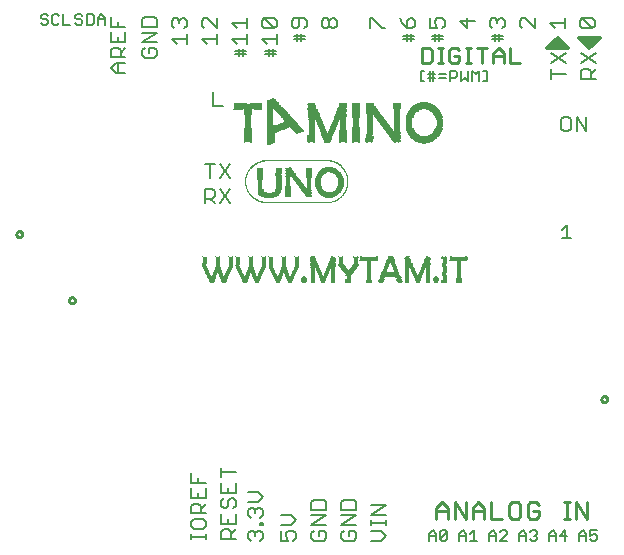
<source format=gto>
G75*
G70*
%OFA0B0*%
%FSLAX25Y25*%
%IPPOS*%
%LPD*%
%AMOC8*
5,1,8,0,0,1.08239X$1,22.5*
%
%ADD10C,0.01200*%
%ADD11C,0.01000*%
%ADD12C,0.00700*%
%ADD13C,0.00500*%
%ADD14C,0.00900*%
%ADD15C,0.00800*%
%ADD16C,0.00600*%
%ADD17R,0.00400X0.00100*%
%ADD18R,0.00700X0.00100*%
%ADD19R,0.01000X0.00100*%
%ADD20R,0.01200X0.00100*%
%ADD21R,0.01500X0.00100*%
%ADD22R,0.01800X0.00100*%
%ADD23R,0.02000X0.00100*%
%ADD24R,0.01400X0.00100*%
%ADD25R,0.02300X0.00100*%
%ADD26R,0.01100X0.00100*%
%ADD27R,0.02800X0.00100*%
%ADD28R,0.03200X0.00100*%
%ADD29R,0.00300X0.00100*%
%ADD30R,0.02400X0.00100*%
%ADD31R,0.00500X0.00100*%
%ADD32R,0.01700X0.00100*%
%ADD33R,0.03800X0.00100*%
%ADD34R,0.02500X0.00100*%
%ADD35R,0.02600X0.00100*%
%ADD36R,0.02100X0.00100*%
%ADD37R,0.04600X0.00100*%
%ADD38R,0.05000X0.00100*%
%ADD39R,0.05400X0.00100*%
%ADD40R,0.05800X0.00100*%
%ADD41R,0.02200X0.00100*%
%ADD42R,0.06200X0.00100*%
%ADD43R,0.02700X0.00100*%
%ADD44R,0.06500X0.00100*%
%ADD45R,0.06800X0.00100*%
%ADD46R,0.07200X0.00100*%
%ADD47R,0.02900X0.00100*%
%ADD48R,0.07400X0.00100*%
%ADD49R,0.03000X0.00100*%
%ADD50R,0.07600X0.00100*%
%ADD51R,0.07800X0.00100*%
%ADD52R,0.03100X0.00100*%
%ADD53R,0.08000X0.00100*%
%ADD54R,0.08200X0.00100*%
%ADD55R,0.03300X0.00100*%
%ADD56R,0.08400X0.00100*%
%ADD57R,0.08700X0.00100*%
%ADD58R,0.03400X0.00100*%
%ADD59R,0.08900X0.00100*%
%ADD60R,0.03500X0.00100*%
%ADD61R,0.09000X0.00100*%
%ADD62R,0.03600X0.00100*%
%ADD63R,0.09200X0.00100*%
%ADD64R,0.04100X0.00100*%
%ADD65R,0.03700X0.00100*%
%ADD66R,0.03900X0.00100*%
%ADD67R,0.04000X0.00100*%
%ADD68R,0.04200X0.00100*%
%ADD69R,0.04300X0.00100*%
%ADD70R,0.04400X0.00100*%
%ADD71R,0.00900X0.00100*%
%ADD72R,0.01900X0.00100*%
%ADD73R,0.04500X0.00100*%
%ADD74R,0.01300X0.00100*%
%ADD75R,0.01600X0.00100*%
%ADD76R,0.04700X0.00100*%
%ADD77R,0.04800X0.00100*%
%ADD78R,0.04900X0.00100*%
%ADD79R,0.05100X0.00100*%
%ADD80R,0.05300X0.00100*%
%ADD81R,0.05500X0.00100*%
%ADD82R,0.06000X0.00100*%
%ADD83R,0.06300X0.00100*%
%ADD84R,0.06600X0.00100*%
%ADD85R,0.11000X0.00100*%
%ADD86R,0.10900X0.00100*%
%ADD87R,0.10800X0.00100*%
%ADD88R,0.10700X0.00100*%
%ADD89R,0.06100X0.00100*%
%ADD90R,0.05700X0.00100*%
%ADD91R,0.05200X0.00100*%
%ADD92R,0.09400X0.00100*%
%ADD93R,0.09300X0.00100*%
%ADD94R,0.08800X0.00100*%
%ADD95R,0.08600X0.00100*%
%ADD96R,0.07100X0.00100*%
%ADD97R,0.09100X0.00100*%
%ADD98R,0.00800X0.00100*%
%ADD99R,0.00100X0.00100*%
%ADD100R,0.21500X0.00100*%
%ADD101R,0.22900X0.00100*%
%ADD102R,0.00600X0.00100*%
%ADD103R,0.00200X0.00100*%
%ADD104R,0.06700X0.00100*%
%ADD105R,0.05600X0.00100*%
%ADD106R,0.07000X0.00100*%
%ADD107R,0.06400X0.00100*%
%ADD108R,0.23300X0.00100*%
%ADD109R,0.22300X0.00100*%
%ADD110R,0.05900X0.00100*%
D10*
X0262961Y0184750D02*
X0266461Y0188250D01*
X0269961Y0184750D01*
X0262961Y0184750D01*
X0264461Y0185250D02*
X0266461Y0187250D01*
X0268461Y0185250D01*
X0265461Y0185250D01*
X0266961Y0186250D01*
X0273461Y0188250D02*
X0276961Y0184750D01*
X0280461Y0188250D01*
X0273461Y0188250D01*
X0274961Y0187750D02*
X0278961Y0187750D01*
X0276961Y0185750D01*
X0275461Y0187250D01*
X0277461Y0187250D01*
X0276961Y0186750D02*
X0276961Y0186250D01*
D11*
X0085961Y0122750D02*
X0085963Y0122813D01*
X0085969Y0122875D01*
X0085979Y0122937D01*
X0085992Y0122999D01*
X0086010Y0123059D01*
X0086031Y0123118D01*
X0086056Y0123176D01*
X0086085Y0123232D01*
X0086117Y0123286D01*
X0086152Y0123338D01*
X0086190Y0123387D01*
X0086232Y0123435D01*
X0086276Y0123479D01*
X0086324Y0123521D01*
X0086373Y0123559D01*
X0086425Y0123594D01*
X0086479Y0123626D01*
X0086535Y0123655D01*
X0086593Y0123680D01*
X0086652Y0123701D01*
X0086712Y0123719D01*
X0086774Y0123732D01*
X0086836Y0123742D01*
X0086898Y0123748D01*
X0086961Y0123750D01*
X0087024Y0123748D01*
X0087086Y0123742D01*
X0087148Y0123732D01*
X0087210Y0123719D01*
X0087270Y0123701D01*
X0087329Y0123680D01*
X0087387Y0123655D01*
X0087443Y0123626D01*
X0087497Y0123594D01*
X0087549Y0123559D01*
X0087598Y0123521D01*
X0087646Y0123479D01*
X0087690Y0123435D01*
X0087732Y0123387D01*
X0087770Y0123338D01*
X0087805Y0123286D01*
X0087837Y0123232D01*
X0087866Y0123176D01*
X0087891Y0123118D01*
X0087912Y0123059D01*
X0087930Y0122999D01*
X0087943Y0122937D01*
X0087953Y0122875D01*
X0087959Y0122813D01*
X0087961Y0122750D01*
X0087959Y0122687D01*
X0087953Y0122625D01*
X0087943Y0122563D01*
X0087930Y0122501D01*
X0087912Y0122441D01*
X0087891Y0122382D01*
X0087866Y0122324D01*
X0087837Y0122268D01*
X0087805Y0122214D01*
X0087770Y0122162D01*
X0087732Y0122113D01*
X0087690Y0122065D01*
X0087646Y0122021D01*
X0087598Y0121979D01*
X0087549Y0121941D01*
X0087497Y0121906D01*
X0087443Y0121874D01*
X0087387Y0121845D01*
X0087329Y0121820D01*
X0087270Y0121799D01*
X0087210Y0121781D01*
X0087148Y0121768D01*
X0087086Y0121758D01*
X0087024Y0121752D01*
X0086961Y0121750D01*
X0086898Y0121752D01*
X0086836Y0121758D01*
X0086774Y0121768D01*
X0086712Y0121781D01*
X0086652Y0121799D01*
X0086593Y0121820D01*
X0086535Y0121845D01*
X0086479Y0121874D01*
X0086425Y0121906D01*
X0086373Y0121941D01*
X0086324Y0121979D01*
X0086276Y0122021D01*
X0086232Y0122065D01*
X0086190Y0122113D01*
X0086152Y0122162D01*
X0086117Y0122214D01*
X0086085Y0122268D01*
X0086056Y0122324D01*
X0086031Y0122382D01*
X0086010Y0122441D01*
X0085992Y0122501D01*
X0085979Y0122563D01*
X0085969Y0122625D01*
X0085963Y0122687D01*
X0085961Y0122750D01*
X0103461Y0100750D02*
X0103463Y0100813D01*
X0103469Y0100875D01*
X0103479Y0100937D01*
X0103492Y0100999D01*
X0103510Y0101059D01*
X0103531Y0101118D01*
X0103556Y0101176D01*
X0103585Y0101232D01*
X0103617Y0101286D01*
X0103652Y0101338D01*
X0103690Y0101387D01*
X0103732Y0101435D01*
X0103776Y0101479D01*
X0103824Y0101521D01*
X0103873Y0101559D01*
X0103925Y0101594D01*
X0103979Y0101626D01*
X0104035Y0101655D01*
X0104093Y0101680D01*
X0104152Y0101701D01*
X0104212Y0101719D01*
X0104274Y0101732D01*
X0104336Y0101742D01*
X0104398Y0101748D01*
X0104461Y0101750D01*
X0104524Y0101748D01*
X0104586Y0101742D01*
X0104648Y0101732D01*
X0104710Y0101719D01*
X0104770Y0101701D01*
X0104829Y0101680D01*
X0104887Y0101655D01*
X0104943Y0101626D01*
X0104997Y0101594D01*
X0105049Y0101559D01*
X0105098Y0101521D01*
X0105146Y0101479D01*
X0105190Y0101435D01*
X0105232Y0101387D01*
X0105270Y0101338D01*
X0105305Y0101286D01*
X0105337Y0101232D01*
X0105366Y0101176D01*
X0105391Y0101118D01*
X0105412Y0101059D01*
X0105430Y0100999D01*
X0105443Y0100937D01*
X0105453Y0100875D01*
X0105459Y0100813D01*
X0105461Y0100750D01*
X0105459Y0100687D01*
X0105453Y0100625D01*
X0105443Y0100563D01*
X0105430Y0100501D01*
X0105412Y0100441D01*
X0105391Y0100382D01*
X0105366Y0100324D01*
X0105337Y0100268D01*
X0105305Y0100214D01*
X0105270Y0100162D01*
X0105232Y0100113D01*
X0105190Y0100065D01*
X0105146Y0100021D01*
X0105098Y0099979D01*
X0105049Y0099941D01*
X0104997Y0099906D01*
X0104943Y0099874D01*
X0104887Y0099845D01*
X0104829Y0099820D01*
X0104770Y0099799D01*
X0104710Y0099781D01*
X0104648Y0099768D01*
X0104586Y0099758D01*
X0104524Y0099752D01*
X0104461Y0099750D01*
X0104398Y0099752D01*
X0104336Y0099758D01*
X0104274Y0099768D01*
X0104212Y0099781D01*
X0104152Y0099799D01*
X0104093Y0099820D01*
X0104035Y0099845D01*
X0103979Y0099874D01*
X0103925Y0099906D01*
X0103873Y0099941D01*
X0103824Y0099979D01*
X0103776Y0100021D01*
X0103732Y0100065D01*
X0103690Y0100113D01*
X0103652Y0100162D01*
X0103617Y0100214D01*
X0103585Y0100268D01*
X0103556Y0100324D01*
X0103531Y0100382D01*
X0103510Y0100441D01*
X0103492Y0100501D01*
X0103479Y0100563D01*
X0103469Y0100625D01*
X0103463Y0100687D01*
X0103461Y0100750D01*
X0225961Y0031487D02*
X0227829Y0033355D01*
X0229697Y0031487D01*
X0229697Y0027750D01*
X0232038Y0027750D02*
X0232038Y0033355D01*
X0235774Y0027750D01*
X0235774Y0033355D01*
X0238115Y0031487D02*
X0239983Y0033355D01*
X0241852Y0031487D01*
X0241852Y0027750D01*
X0244192Y0027750D02*
X0247929Y0027750D01*
X0250269Y0028684D02*
X0251204Y0027750D01*
X0253072Y0027750D01*
X0254006Y0028684D01*
X0254006Y0032421D01*
X0253072Y0033355D01*
X0251204Y0033355D01*
X0250269Y0032421D01*
X0250269Y0028684D01*
X0256347Y0028684D02*
X0257281Y0027750D01*
X0259149Y0027750D01*
X0260083Y0028684D01*
X0260083Y0030552D01*
X0258215Y0030552D01*
X0256347Y0028684D02*
X0256347Y0032421D01*
X0257281Y0033355D01*
X0259149Y0033355D01*
X0260083Y0032421D01*
X0268501Y0033355D02*
X0270369Y0033355D01*
X0269435Y0033355D02*
X0269435Y0027750D01*
X0268501Y0027750D02*
X0270369Y0027750D01*
X0272552Y0027750D02*
X0272552Y0033355D01*
X0276289Y0027750D01*
X0276289Y0033355D01*
X0244192Y0033355D02*
X0244192Y0027750D01*
X0241852Y0030552D02*
X0238115Y0030552D01*
X0238115Y0031487D02*
X0238115Y0027750D01*
X0229697Y0030552D02*
X0225961Y0030552D01*
X0225961Y0031487D02*
X0225961Y0027750D01*
X0280961Y0067750D02*
X0280963Y0067813D01*
X0280969Y0067875D01*
X0280979Y0067937D01*
X0280992Y0067999D01*
X0281010Y0068059D01*
X0281031Y0068118D01*
X0281056Y0068176D01*
X0281085Y0068232D01*
X0281117Y0068286D01*
X0281152Y0068338D01*
X0281190Y0068387D01*
X0281232Y0068435D01*
X0281276Y0068479D01*
X0281324Y0068521D01*
X0281373Y0068559D01*
X0281425Y0068594D01*
X0281479Y0068626D01*
X0281535Y0068655D01*
X0281593Y0068680D01*
X0281652Y0068701D01*
X0281712Y0068719D01*
X0281774Y0068732D01*
X0281836Y0068742D01*
X0281898Y0068748D01*
X0281961Y0068750D01*
X0282024Y0068748D01*
X0282086Y0068742D01*
X0282148Y0068732D01*
X0282210Y0068719D01*
X0282270Y0068701D01*
X0282329Y0068680D01*
X0282387Y0068655D01*
X0282443Y0068626D01*
X0282497Y0068594D01*
X0282549Y0068559D01*
X0282598Y0068521D01*
X0282646Y0068479D01*
X0282690Y0068435D01*
X0282732Y0068387D01*
X0282770Y0068338D01*
X0282805Y0068286D01*
X0282837Y0068232D01*
X0282866Y0068176D01*
X0282891Y0068118D01*
X0282912Y0068059D01*
X0282930Y0067999D01*
X0282943Y0067937D01*
X0282953Y0067875D01*
X0282959Y0067813D01*
X0282961Y0067750D01*
X0282959Y0067687D01*
X0282953Y0067625D01*
X0282943Y0067563D01*
X0282930Y0067501D01*
X0282912Y0067441D01*
X0282891Y0067382D01*
X0282866Y0067324D01*
X0282837Y0067268D01*
X0282805Y0067214D01*
X0282770Y0067162D01*
X0282732Y0067113D01*
X0282690Y0067065D01*
X0282646Y0067021D01*
X0282598Y0066979D01*
X0282549Y0066941D01*
X0282497Y0066906D01*
X0282443Y0066874D01*
X0282387Y0066845D01*
X0282329Y0066820D01*
X0282270Y0066799D01*
X0282210Y0066781D01*
X0282148Y0066768D01*
X0282086Y0066758D01*
X0282024Y0066752D01*
X0281961Y0066750D01*
X0281898Y0066752D01*
X0281836Y0066758D01*
X0281774Y0066768D01*
X0281712Y0066781D01*
X0281652Y0066799D01*
X0281593Y0066820D01*
X0281535Y0066845D01*
X0281479Y0066874D01*
X0281425Y0066906D01*
X0281373Y0066941D01*
X0281324Y0066979D01*
X0281276Y0067021D01*
X0281232Y0067065D01*
X0281190Y0067113D01*
X0281152Y0067162D01*
X0281117Y0067214D01*
X0281085Y0067268D01*
X0281056Y0067324D01*
X0281031Y0067382D01*
X0281010Y0067441D01*
X0280992Y0067501D01*
X0280979Y0067563D01*
X0280969Y0067625D01*
X0280963Y0067687D01*
X0280961Y0067750D01*
D12*
X0144206Y0022735D02*
X0144206Y0021100D01*
X0144206Y0021917D02*
X0149111Y0021917D01*
X0149111Y0021100D02*
X0149111Y0022735D01*
X0148293Y0024538D02*
X0149111Y0025355D01*
X0149111Y0026990D01*
X0148293Y0027807D01*
X0145024Y0027807D01*
X0144206Y0026990D01*
X0144206Y0025355D01*
X0145024Y0024538D01*
X0148293Y0024538D01*
X0154206Y0023552D02*
X0155024Y0024369D01*
X0156659Y0024369D01*
X0157476Y0023552D01*
X0157476Y0021100D01*
X0159111Y0021100D02*
X0154206Y0021100D01*
X0154206Y0023552D01*
X0154206Y0026256D02*
X0159111Y0026256D01*
X0159111Y0029526D01*
X0158293Y0031413D02*
X0159111Y0032230D01*
X0159111Y0033865D01*
X0158293Y0034682D01*
X0157476Y0034682D01*
X0156659Y0033865D01*
X0156659Y0032230D01*
X0155841Y0031413D01*
X0155024Y0031413D01*
X0154206Y0032230D01*
X0154206Y0033865D01*
X0155024Y0034682D01*
X0154206Y0036569D02*
X0159111Y0036569D01*
X0159111Y0039839D01*
X0156659Y0038204D02*
X0156659Y0036569D01*
X0154206Y0036569D02*
X0154206Y0039839D01*
X0154206Y0041726D02*
X0154206Y0044995D01*
X0154206Y0043360D02*
X0159111Y0043360D01*
X0149111Y0040007D02*
X0144206Y0040007D01*
X0144206Y0043276D01*
X0146659Y0041642D02*
X0146659Y0040007D01*
X0149111Y0038120D02*
X0149111Y0034850D01*
X0144206Y0034850D01*
X0144206Y0038120D01*
X0146659Y0036485D02*
X0146659Y0034850D01*
X0146659Y0032963D02*
X0147476Y0032146D01*
X0147476Y0029694D01*
X0149111Y0029694D02*
X0144206Y0029694D01*
X0144206Y0032146D01*
X0145024Y0032963D01*
X0146659Y0032963D01*
X0147476Y0031329D02*
X0149111Y0032963D01*
X0154206Y0029526D02*
X0154206Y0026256D01*
X0156659Y0026256D02*
X0156659Y0027891D01*
X0159111Y0024369D02*
X0157476Y0022735D01*
X0163206Y0023052D02*
X0164024Y0023869D01*
X0164841Y0023869D01*
X0165659Y0023052D01*
X0166476Y0023869D01*
X0167293Y0023869D01*
X0168111Y0023052D01*
X0168111Y0021417D01*
X0167293Y0020600D01*
X0165659Y0022235D02*
X0165659Y0023052D01*
X0163206Y0023052D02*
X0163206Y0021417D01*
X0164024Y0020600D01*
X0174206Y0020600D02*
X0174206Y0023869D01*
X0175841Y0023052D02*
X0176659Y0023869D01*
X0178293Y0023869D01*
X0179111Y0023052D01*
X0179111Y0021417D01*
X0178293Y0020600D01*
X0176659Y0020600D02*
X0175841Y0022235D01*
X0175841Y0023052D01*
X0176659Y0020600D02*
X0174206Y0020600D01*
X0174206Y0025756D02*
X0177476Y0025756D01*
X0179111Y0027391D01*
X0177476Y0029026D01*
X0174206Y0029026D01*
X0168111Y0029152D02*
X0167293Y0028335D01*
X0168111Y0029152D02*
X0168111Y0030787D01*
X0167293Y0031604D01*
X0166476Y0031604D01*
X0165659Y0030787D01*
X0165659Y0029969D01*
X0165659Y0030787D02*
X0164841Y0031604D01*
X0164024Y0031604D01*
X0163206Y0030787D01*
X0163206Y0029152D01*
X0164024Y0028335D01*
X0167293Y0026574D02*
X0168111Y0026574D01*
X0168111Y0025756D01*
X0167293Y0025756D01*
X0167293Y0026574D01*
X0166476Y0033491D02*
X0163206Y0033491D01*
X0163206Y0036760D02*
X0166476Y0036760D01*
X0168111Y0035126D01*
X0166476Y0033491D01*
X0184258Y0033398D02*
X0184258Y0030946D01*
X0189163Y0030946D01*
X0189163Y0033398D01*
X0188345Y0034215D01*
X0185076Y0034215D01*
X0184258Y0033398D01*
X0184258Y0029059D02*
X0189163Y0029059D01*
X0184258Y0025789D01*
X0189163Y0025789D01*
X0188345Y0023903D02*
X0186711Y0023903D01*
X0186711Y0022268D01*
X0188345Y0023903D02*
X0189163Y0023085D01*
X0189163Y0021450D01*
X0188345Y0020633D01*
X0185076Y0020633D01*
X0184258Y0021450D01*
X0184258Y0023085D01*
X0185076Y0023903D01*
X0194258Y0023085D02*
X0194258Y0021450D01*
X0195076Y0020633D01*
X0198345Y0020633D01*
X0199163Y0021450D01*
X0199163Y0023085D01*
X0198345Y0023903D01*
X0196711Y0023903D01*
X0196711Y0022268D01*
X0195076Y0023903D02*
X0194258Y0023085D01*
X0194258Y0025789D02*
X0199163Y0029059D01*
X0194258Y0029059D01*
X0194258Y0030946D02*
X0194258Y0033398D01*
X0195076Y0034215D01*
X0198345Y0034215D01*
X0199163Y0033398D01*
X0199163Y0030946D01*
X0194258Y0030946D01*
X0194258Y0025789D02*
X0199163Y0025789D01*
X0204206Y0025756D02*
X0204206Y0027391D01*
X0204206Y0026574D02*
X0209111Y0026574D01*
X0209111Y0027391D02*
X0209111Y0025756D01*
X0207476Y0023869D02*
X0204206Y0023869D01*
X0204206Y0020600D02*
X0207476Y0020600D01*
X0209111Y0022235D01*
X0207476Y0023869D01*
X0209111Y0029194D02*
X0204206Y0029194D01*
X0209111Y0032463D01*
X0204206Y0032463D01*
X0122328Y0176526D02*
X0119059Y0176526D01*
X0117424Y0178161D01*
X0119059Y0179796D01*
X0122328Y0179796D01*
X0122328Y0181683D02*
X0117424Y0181683D01*
X0117424Y0184135D01*
X0118241Y0184952D01*
X0119876Y0184952D01*
X0120693Y0184135D01*
X0120693Y0181683D01*
X0120693Y0183317D02*
X0122328Y0184952D01*
X0122328Y0186839D02*
X0122328Y0190109D01*
X0122328Y0191996D02*
X0117424Y0191996D01*
X0117424Y0195265D01*
X0119876Y0193630D02*
X0119876Y0191996D01*
X0117424Y0190109D02*
X0117424Y0186839D01*
X0122328Y0186839D01*
X0119876Y0186839D02*
X0119876Y0188474D01*
X0127881Y0190009D02*
X0132785Y0190009D01*
X0127881Y0186739D01*
X0132785Y0186739D01*
X0131968Y0184852D02*
X0130333Y0184852D01*
X0130333Y0183217D01*
X0128699Y0181583D02*
X0131968Y0181583D01*
X0132785Y0182400D01*
X0132785Y0184035D01*
X0131968Y0184852D01*
X0128699Y0184852D02*
X0127881Y0184035D01*
X0127881Y0182400D01*
X0128699Y0181583D01*
X0119876Y0179796D02*
X0119876Y0176526D01*
X0137806Y0187922D02*
X0139441Y0186287D01*
X0137806Y0187922D02*
X0142711Y0187922D01*
X0142711Y0186287D02*
X0142711Y0189557D01*
X0141893Y0191444D02*
X0142711Y0192261D01*
X0142711Y0193896D01*
X0141893Y0194713D01*
X0141076Y0194713D01*
X0140259Y0193896D01*
X0140259Y0193078D01*
X0140259Y0193896D02*
X0139441Y0194713D01*
X0138624Y0194713D01*
X0137806Y0193896D01*
X0137806Y0192261D01*
X0138624Y0191444D01*
X0132785Y0191896D02*
X0132785Y0194348D01*
X0131968Y0195165D01*
X0128699Y0195165D01*
X0127881Y0194348D01*
X0127881Y0191896D01*
X0132785Y0191896D01*
X0147806Y0192261D02*
X0148624Y0191444D01*
X0147806Y0192261D02*
X0147806Y0193896D01*
X0148624Y0194713D01*
X0149441Y0194713D01*
X0152711Y0191444D01*
X0152711Y0194713D01*
X0157806Y0193078D02*
X0162711Y0193078D01*
X0162711Y0191444D02*
X0162711Y0194713D01*
X0159441Y0191444D02*
X0157806Y0193078D01*
X0157806Y0187922D02*
X0162711Y0187922D01*
X0162711Y0186287D02*
X0162711Y0189557D01*
X0159441Y0186287D02*
X0157806Y0187922D01*
X0152711Y0187922D02*
X0147806Y0187922D01*
X0149441Y0186287D01*
X0152711Y0186287D02*
X0152711Y0189557D01*
X0167806Y0187922D02*
X0169441Y0186287D01*
X0167806Y0187922D02*
X0172711Y0187922D01*
X0172711Y0186287D02*
X0172711Y0189557D01*
X0171893Y0191444D02*
X0168624Y0194713D01*
X0171893Y0194713D01*
X0172711Y0193896D01*
X0172711Y0192261D01*
X0171893Y0191444D01*
X0168624Y0191444D01*
X0167806Y0192261D01*
X0167806Y0193896D01*
X0168624Y0194713D01*
X0177806Y0193896D02*
X0177806Y0192261D01*
X0178624Y0191444D01*
X0179441Y0191444D01*
X0180259Y0192261D01*
X0180259Y0194713D01*
X0181893Y0194713D02*
X0178624Y0194713D01*
X0177806Y0193896D01*
X0181893Y0194713D02*
X0182711Y0193896D01*
X0182711Y0192261D01*
X0181893Y0191444D01*
X0187806Y0192261D02*
X0187806Y0193896D01*
X0188624Y0194713D01*
X0189441Y0194713D01*
X0190259Y0193896D01*
X0190259Y0192261D01*
X0189441Y0191444D01*
X0188624Y0191444D01*
X0187806Y0192261D01*
X0190259Y0192261D02*
X0191076Y0191444D01*
X0191893Y0191444D01*
X0192711Y0192261D01*
X0192711Y0193896D01*
X0191893Y0194713D01*
X0191076Y0194713D01*
X0190259Y0193896D01*
X0203806Y0194713D02*
X0203806Y0191444D01*
X0203806Y0194713D02*
X0204624Y0194713D01*
X0207893Y0191444D01*
X0208711Y0191444D01*
X0213806Y0194713D02*
X0214624Y0193078D01*
X0216259Y0191444D01*
X0216259Y0193896D01*
X0217076Y0194713D01*
X0217893Y0194713D01*
X0218711Y0193896D01*
X0218711Y0192261D01*
X0217893Y0191444D01*
X0216259Y0191444D01*
X0223806Y0191444D02*
X0223806Y0194713D01*
X0225441Y0193896D02*
X0226259Y0194713D01*
X0227893Y0194713D01*
X0228711Y0193896D01*
X0228711Y0192261D01*
X0227893Y0191444D01*
X0226259Y0191444D02*
X0225441Y0193078D01*
X0225441Y0193896D01*
X0226259Y0191444D02*
X0223806Y0191444D01*
X0233806Y0193896D02*
X0236259Y0191444D01*
X0236259Y0194713D01*
X0238711Y0193896D02*
X0233806Y0193896D01*
X0243806Y0193896D02*
X0244624Y0194713D01*
X0245441Y0194713D01*
X0246259Y0193896D01*
X0247076Y0194713D01*
X0247893Y0194713D01*
X0248711Y0193896D01*
X0248711Y0192261D01*
X0247893Y0191444D01*
X0246259Y0193078D02*
X0246259Y0193896D01*
X0243806Y0193896D02*
X0243806Y0192261D01*
X0244624Y0191444D01*
X0253806Y0192261D02*
X0254624Y0191444D01*
X0253806Y0192261D02*
X0253806Y0193896D01*
X0254624Y0194713D01*
X0255441Y0194713D01*
X0258711Y0191444D01*
X0258711Y0194713D01*
X0263806Y0193078D02*
X0268711Y0193078D01*
X0268711Y0191444D02*
X0268711Y0194713D01*
X0265441Y0191444D02*
X0263806Y0193078D01*
X0273806Y0192261D02*
X0273806Y0193896D01*
X0274624Y0194713D01*
X0277893Y0191444D01*
X0278711Y0192261D01*
X0278711Y0193896D01*
X0277893Y0194713D01*
X0274624Y0194713D01*
X0273806Y0192261D02*
X0274624Y0191444D01*
X0277893Y0191444D01*
D13*
X0242749Y0177303D02*
X0241582Y0177303D01*
X0242749Y0177303D02*
X0242749Y0173800D01*
X0241582Y0173800D01*
X0240234Y0173800D02*
X0240234Y0177303D01*
X0239066Y0176135D01*
X0237899Y0177303D01*
X0237899Y0173800D01*
X0236551Y0173800D02*
X0236551Y0177303D01*
X0234215Y0177303D02*
X0234215Y0173800D01*
X0235383Y0174968D01*
X0236551Y0173800D01*
X0232868Y0175551D02*
X0232284Y0174968D01*
X0230532Y0174968D01*
X0230532Y0173800D02*
X0230532Y0177303D01*
X0232284Y0177303D01*
X0232868Y0176719D01*
X0232868Y0175551D01*
X0229185Y0174968D02*
X0226849Y0174968D01*
X0226849Y0176135D02*
X0229185Y0176135D01*
X0225501Y0176135D02*
X0224918Y0176135D01*
X0223166Y0176135D01*
X0223166Y0174968D02*
X0225501Y0174968D01*
X0224918Y0173800D02*
X0224918Y0177303D01*
X0223750Y0177303D02*
X0223750Y0173800D01*
X0221878Y0173800D02*
X0220711Y0173800D01*
X0220711Y0177303D01*
X0221878Y0177303D01*
X0115360Y0192617D02*
X0115360Y0194953D01*
X0114193Y0196120D01*
X0113025Y0194953D01*
X0113025Y0192617D01*
X0111677Y0193201D02*
X0111677Y0195536D01*
X0111093Y0196120D01*
X0109342Y0196120D01*
X0109342Y0192617D01*
X0111093Y0192617D01*
X0111677Y0193201D01*
X0113025Y0194369D02*
X0115360Y0194369D01*
X0107994Y0193785D02*
X0107410Y0194369D01*
X0106242Y0194369D01*
X0105659Y0194953D01*
X0105659Y0195536D01*
X0106242Y0196120D01*
X0107410Y0196120D01*
X0107994Y0195536D01*
X0107994Y0193785D02*
X0107994Y0193201D01*
X0107410Y0192617D01*
X0106242Y0192617D01*
X0105659Y0193201D01*
X0103860Y0192617D02*
X0101525Y0192617D01*
X0101525Y0196120D01*
X0100177Y0195536D02*
X0099593Y0196120D01*
X0098426Y0196120D01*
X0097842Y0195536D01*
X0097842Y0193201D01*
X0098426Y0192617D01*
X0099593Y0192617D01*
X0100177Y0193201D01*
X0096494Y0193201D02*
X0095910Y0192617D01*
X0094742Y0192617D01*
X0094159Y0193201D01*
X0094742Y0194369D02*
X0095910Y0194369D01*
X0096494Y0193785D01*
X0096494Y0193201D01*
X0094742Y0194369D02*
X0094159Y0194953D01*
X0094159Y0195536D01*
X0094742Y0196120D01*
X0095910Y0196120D01*
X0096494Y0195536D01*
X0224684Y0024051D02*
X0225851Y0022883D01*
X0225851Y0020548D01*
X0227199Y0021132D02*
X0229535Y0023467D01*
X0229535Y0021132D01*
X0228951Y0020548D01*
X0227783Y0020548D01*
X0227199Y0021132D01*
X0227199Y0023467D01*
X0227783Y0024051D01*
X0228951Y0024051D01*
X0229535Y0023467D01*
X0225851Y0022300D02*
X0223516Y0022300D01*
X0223516Y0022883D02*
X0224684Y0024051D01*
X0223516Y0022883D02*
X0223516Y0020548D01*
X0233516Y0020548D02*
X0233516Y0022883D01*
X0234684Y0024051D01*
X0235851Y0022883D01*
X0235851Y0020548D01*
X0237199Y0020548D02*
X0239535Y0020548D01*
X0238367Y0020548D02*
X0238367Y0024051D01*
X0237199Y0022883D01*
X0235851Y0022300D02*
X0233516Y0022300D01*
X0243516Y0022300D02*
X0245851Y0022300D01*
X0245851Y0022883D02*
X0245851Y0020548D01*
X0247199Y0020548D02*
X0249535Y0022883D01*
X0249535Y0023467D01*
X0248951Y0024051D01*
X0247783Y0024051D01*
X0247199Y0023467D01*
X0245851Y0022883D02*
X0244684Y0024051D01*
X0243516Y0022883D01*
X0243516Y0020548D01*
X0247199Y0020548D02*
X0249535Y0020548D01*
X0253516Y0020548D02*
X0253516Y0022883D01*
X0254684Y0024051D01*
X0255851Y0022883D01*
X0255851Y0020548D01*
X0257199Y0021132D02*
X0257783Y0020548D01*
X0258951Y0020548D01*
X0259535Y0021132D01*
X0259535Y0021716D01*
X0258951Y0022300D01*
X0258367Y0022300D01*
X0258951Y0022300D02*
X0259535Y0022883D01*
X0259535Y0023467D01*
X0258951Y0024051D01*
X0257783Y0024051D01*
X0257199Y0023467D01*
X0255851Y0022300D02*
X0253516Y0022300D01*
X0263516Y0022300D02*
X0265851Y0022300D01*
X0265851Y0022883D02*
X0265851Y0020548D01*
X0267199Y0022300D02*
X0269535Y0022300D01*
X0268951Y0024051D02*
X0267199Y0022300D01*
X0265851Y0022883D02*
X0264684Y0024051D01*
X0263516Y0022883D01*
X0263516Y0020548D01*
X0268951Y0020548D02*
X0268951Y0024051D01*
X0273516Y0022883D02*
X0273516Y0020548D01*
X0273516Y0022300D02*
X0275851Y0022300D01*
X0275851Y0022883D02*
X0275851Y0020548D01*
X0277199Y0021132D02*
X0277783Y0020548D01*
X0278951Y0020548D01*
X0279535Y0021132D01*
X0279535Y0022300D01*
X0278951Y0022883D01*
X0278367Y0022883D01*
X0277199Y0022300D01*
X0277199Y0024051D01*
X0279535Y0024051D01*
X0275851Y0022883D02*
X0274684Y0024051D01*
X0273516Y0022883D01*
D14*
X0253922Y0179759D02*
X0250519Y0179759D01*
X0250519Y0184863D01*
X0248397Y0183162D02*
X0246696Y0184863D01*
X0244994Y0183162D01*
X0244994Y0179759D01*
X0244994Y0182311D02*
X0248397Y0182311D01*
X0248397Y0183162D02*
X0248397Y0179759D01*
X0241171Y0179759D02*
X0241171Y0184863D01*
X0239470Y0184863D02*
X0242873Y0184863D01*
X0237488Y0184863D02*
X0235787Y0184863D01*
X0236637Y0184863D02*
X0236637Y0179759D01*
X0235787Y0179759D02*
X0237488Y0179759D01*
X0233665Y0180610D02*
X0232814Y0179759D01*
X0231113Y0179759D01*
X0230262Y0180610D01*
X0230262Y0184013D01*
X0231113Y0184863D01*
X0232814Y0184863D01*
X0233665Y0184013D01*
X0233665Y0182311D02*
X0231963Y0182311D01*
X0233665Y0182311D02*
X0233665Y0180610D01*
X0228280Y0179759D02*
X0226579Y0179759D01*
X0227429Y0179759D02*
X0227429Y0184863D01*
X0226579Y0184863D02*
X0228280Y0184863D01*
X0224457Y0184013D02*
X0223606Y0184863D01*
X0221054Y0184863D01*
X0221054Y0179759D01*
X0223606Y0179759D01*
X0224457Y0180610D01*
X0224457Y0184013D01*
D15*
X0267548Y0161053D02*
X0267548Y0157851D01*
X0268348Y0157050D01*
X0269950Y0157050D01*
X0270751Y0157851D01*
X0270751Y0161053D01*
X0269950Y0161854D01*
X0268348Y0161854D01*
X0267548Y0161053D01*
X0272704Y0161854D02*
X0275907Y0157050D01*
X0275907Y0161854D01*
X0272704Y0161854D02*
X0272704Y0157050D01*
X0269389Y0125745D02*
X0269389Y0121541D01*
X0267988Y0121541D02*
X0270791Y0121541D01*
X0267988Y0124344D02*
X0269389Y0125745D01*
X0157207Y0133050D02*
X0154004Y0137854D01*
X0152051Y0137053D02*
X0151250Y0137854D01*
X0148848Y0137854D01*
X0148848Y0133050D01*
X0148848Y0134651D02*
X0151250Y0134651D01*
X0152051Y0135452D01*
X0152051Y0137053D01*
X0150449Y0134651D02*
X0152051Y0133050D01*
X0154004Y0133050D02*
X0157207Y0137854D01*
X0157207Y0141450D02*
X0154004Y0146254D01*
X0152051Y0146254D02*
X0148848Y0146254D01*
X0150449Y0146254D02*
X0150449Y0141450D01*
X0154004Y0141450D02*
X0157207Y0146254D01*
X0154707Y0165450D02*
X0151504Y0165450D01*
X0151504Y0170254D01*
D16*
X0158857Y0182684D02*
X0162661Y0182684D01*
X0162661Y0183952D02*
X0158857Y0183952D01*
X0160125Y0183952D02*
X0160125Y0184585D01*
X0160125Y0183952D02*
X0160125Y0182050D01*
X0161393Y0182050D02*
X0161393Y0184585D01*
X0168857Y0183952D02*
X0172661Y0183952D01*
X0172661Y0182684D02*
X0168857Y0182684D01*
X0170125Y0182050D02*
X0170125Y0183952D01*
X0170125Y0184585D01*
X0171393Y0184585D02*
X0171393Y0182050D01*
X0179625Y0187050D02*
X0179625Y0188952D01*
X0179625Y0189585D01*
X0180893Y0189585D02*
X0180893Y0187050D01*
X0182161Y0187684D02*
X0178357Y0187684D01*
X0178357Y0188952D02*
X0182161Y0188952D01*
X0214857Y0188952D02*
X0218661Y0188952D01*
X0218661Y0187684D02*
X0214857Y0187684D01*
X0216125Y0187050D02*
X0216125Y0188952D01*
X0216125Y0189585D01*
X0217393Y0189585D02*
X0217393Y0187050D01*
X0224357Y0187684D02*
X0228161Y0187684D01*
X0228161Y0188952D02*
X0224357Y0188952D01*
X0225625Y0188952D02*
X0225625Y0189585D01*
X0225625Y0188952D02*
X0225625Y0187050D01*
X0226893Y0187050D02*
X0226893Y0189585D01*
X0244357Y0188952D02*
X0248161Y0188952D01*
X0248161Y0187684D02*
X0244357Y0187684D01*
X0245625Y0187050D02*
X0245625Y0188952D01*
X0245625Y0189585D01*
X0246893Y0189585D02*
X0246893Y0187050D01*
X0264139Y0183091D02*
X0269143Y0179754D01*
X0269143Y0183091D02*
X0264139Y0179754D01*
X0264139Y0177934D02*
X0264139Y0174598D01*
X0264139Y0176266D02*
X0269143Y0176266D01*
X0274156Y0177052D02*
X0274990Y0177886D01*
X0276659Y0177886D01*
X0277493Y0177052D01*
X0277493Y0174550D01*
X0279161Y0174550D02*
X0274156Y0174550D01*
X0274156Y0177052D01*
X0274156Y0179706D02*
X0279161Y0183043D01*
X0279161Y0179706D02*
X0274156Y0183043D01*
X0279161Y0177886D02*
X0277493Y0176218D01*
D17*
X0212111Y0153250D03*
X0202811Y0153250D03*
X0200211Y0153250D03*
X0198311Y0153250D03*
X0195711Y0153250D03*
X0193911Y0153250D03*
X0193311Y0146050D03*
X0193511Y0145950D03*
X0193611Y0145850D03*
X0193811Y0145750D03*
X0193911Y0145650D03*
X0194011Y0145550D03*
X0194111Y0145450D03*
X0183411Y0153250D03*
X0169811Y0152350D03*
X0164111Y0153250D03*
X0165711Y0145950D03*
X0165411Y0145750D03*
X0165311Y0145650D03*
X0165211Y0145550D03*
X0165011Y0145450D03*
X0164911Y0145350D03*
X0164811Y0145250D03*
X0164711Y0145150D03*
X0164611Y0145050D03*
X0164511Y0144950D03*
X0164411Y0144850D03*
X0164311Y0144750D03*
X0164011Y0144350D03*
X0165211Y0134650D03*
X0165311Y0134550D03*
X0165611Y0134350D03*
X0165711Y0134250D03*
X0165911Y0134150D03*
X0166211Y0133950D03*
X0166411Y0133850D03*
X0192311Y0133650D03*
X0192911Y0133950D03*
X0193111Y0134050D03*
X0193311Y0134150D03*
X0193611Y0134350D03*
X0194111Y0134750D03*
X0177211Y0144750D03*
D18*
X0167361Y0146750D03*
X0167061Y0146650D03*
X0169961Y0152450D03*
X0191861Y0146750D03*
X0191461Y0133350D03*
X0167761Y0133350D03*
X0200961Y0115050D03*
X0181961Y0106550D03*
X0230861Y0115050D03*
X0158861Y0164150D03*
X0171561Y0167750D03*
D19*
X0179611Y0156350D03*
X0170111Y0152550D03*
X0212211Y0166150D03*
X0168211Y0133250D03*
X0200911Y0113750D03*
X0230711Y0113750D03*
D20*
X0221611Y0111350D03*
X0221511Y0111050D03*
X0221411Y0110850D03*
X0221311Y0110650D03*
X0221311Y0110550D03*
X0221211Y0110350D03*
X0221111Y0110150D03*
X0221111Y0110050D03*
X0221011Y0109850D03*
X0220911Y0109650D03*
X0220911Y0109550D03*
X0220811Y0109350D03*
X0220711Y0109150D03*
X0220611Y0108850D03*
X0220511Y0108650D03*
X0219811Y0106650D03*
X0225911Y0108250D03*
X0190111Y0111350D03*
X0190011Y0111150D03*
X0189911Y0110850D03*
X0189811Y0110650D03*
X0189711Y0110450D03*
X0189711Y0110350D03*
X0189611Y0110150D03*
X0189511Y0109950D03*
X0189511Y0109850D03*
X0189411Y0109650D03*
X0189311Y0109450D03*
X0189311Y0109350D03*
X0189211Y0109150D03*
X0189111Y0108950D03*
X0188211Y0106650D03*
X0181911Y0108250D03*
X0184811Y0115050D03*
X0168111Y0146950D03*
X0170211Y0152650D03*
X0171511Y0167550D03*
D21*
X0171461Y0167450D03*
X0170361Y0152750D03*
X0175161Y0114750D03*
X0175161Y0114650D03*
X0175161Y0114550D03*
X0175161Y0114450D03*
X0175161Y0114350D03*
X0175161Y0114250D03*
X0175161Y0114150D03*
X0175161Y0114050D03*
X0175161Y0113950D03*
X0175161Y0113850D03*
X0175161Y0113750D03*
X0175161Y0113650D03*
X0175161Y0113550D03*
X0175161Y0113450D03*
X0175161Y0113350D03*
X0175161Y0113250D03*
X0175161Y0113150D03*
X0175161Y0113050D03*
X0175161Y0112950D03*
X0175161Y0112850D03*
X0175161Y0112750D03*
X0175161Y0112650D03*
X0175161Y0112550D03*
X0175161Y0112450D03*
X0175161Y0112350D03*
X0175161Y0112250D03*
X0175161Y0112150D03*
X0175161Y0112050D03*
X0175161Y0111950D03*
X0175161Y0111850D03*
X0175961Y0109650D03*
X0176261Y0108850D03*
X0177961Y0108650D03*
X0177961Y0108550D03*
X0178061Y0108750D03*
X0178061Y0108850D03*
X0178161Y0108950D03*
X0178161Y0109050D03*
X0178261Y0109150D03*
X0178261Y0109250D03*
X0178361Y0109350D03*
X0178361Y0109450D03*
X0178461Y0109550D03*
X0178461Y0109650D03*
X0178561Y0109750D03*
X0178561Y0109850D03*
X0178661Y0109950D03*
X0178661Y0110050D03*
X0178761Y0110250D03*
X0178861Y0110450D03*
X0178961Y0110650D03*
X0179061Y0110850D03*
X0179061Y0110950D03*
X0179161Y0111050D03*
X0179161Y0111150D03*
X0179261Y0111250D03*
X0179261Y0111350D03*
X0179361Y0111450D03*
X0179361Y0111550D03*
X0179461Y0111750D03*
X0179461Y0111850D03*
X0179461Y0113450D03*
X0179461Y0113550D03*
X0179461Y0113650D03*
X0179461Y0113750D03*
X0179461Y0113850D03*
X0179461Y0113950D03*
X0179461Y0114050D03*
X0179461Y0114150D03*
X0179461Y0114250D03*
X0179461Y0114350D03*
X0179461Y0114450D03*
X0179461Y0114550D03*
X0179461Y0114650D03*
X0184661Y0114950D03*
X0186461Y0111050D03*
X0186561Y0110850D03*
X0186761Y0110350D03*
X0186861Y0110150D03*
X0187161Y0109450D03*
X0187461Y0108750D03*
X0188261Y0107050D03*
X0188261Y0106950D03*
X0184761Y0108350D03*
X0184761Y0108450D03*
X0184761Y0108550D03*
X0184761Y0108650D03*
X0184761Y0108750D03*
X0184761Y0108850D03*
X0184761Y0108950D03*
X0184761Y0109050D03*
X0184761Y0109150D03*
X0184761Y0109250D03*
X0184761Y0109350D03*
X0184761Y0109450D03*
X0184761Y0109550D03*
X0184761Y0109650D03*
X0184761Y0109750D03*
X0184761Y0109850D03*
X0181961Y0108050D03*
X0181961Y0106850D03*
X0172361Y0108450D03*
X0172261Y0108550D03*
X0172261Y0108650D03*
X0172161Y0108750D03*
X0172161Y0108850D03*
X0172061Y0108950D03*
X0172061Y0109050D03*
X0171961Y0109150D03*
X0171961Y0109250D03*
X0171861Y0109350D03*
X0171861Y0109450D03*
X0171761Y0109550D03*
X0171761Y0109650D03*
X0171661Y0109750D03*
X0171661Y0109850D03*
X0171561Y0109950D03*
X0171561Y0110050D03*
X0171461Y0110150D03*
X0171461Y0110250D03*
X0171461Y0110350D03*
X0171361Y0110450D03*
X0171361Y0110550D03*
X0171261Y0110650D03*
X0171261Y0110750D03*
X0171161Y0110850D03*
X0171161Y0110950D03*
X0171061Y0111050D03*
X0171061Y0111150D03*
X0170961Y0111250D03*
X0170961Y0111350D03*
X0170861Y0111550D03*
X0170861Y0111650D03*
X0170761Y0111850D03*
X0170761Y0111950D03*
X0170761Y0112050D03*
X0170761Y0112150D03*
X0170761Y0112250D03*
X0170761Y0112350D03*
X0170761Y0112450D03*
X0170761Y0112550D03*
X0170761Y0112650D03*
X0170761Y0112750D03*
X0170761Y0112850D03*
X0170761Y0112950D03*
X0170761Y0113050D03*
X0170761Y0113150D03*
X0170761Y0113250D03*
X0170761Y0113350D03*
X0170761Y0113450D03*
X0170761Y0113550D03*
X0170761Y0113650D03*
X0168461Y0113650D03*
X0168461Y0113750D03*
X0168461Y0113550D03*
X0168461Y0113450D03*
X0168461Y0113350D03*
X0168461Y0113250D03*
X0168461Y0113150D03*
X0168461Y0113050D03*
X0168461Y0112950D03*
X0168461Y0112850D03*
X0168461Y0112750D03*
X0168461Y0112650D03*
X0168461Y0112550D03*
X0168461Y0112450D03*
X0168461Y0112350D03*
X0168461Y0112250D03*
X0168461Y0112150D03*
X0168461Y0112050D03*
X0168461Y0111950D03*
X0168461Y0111850D03*
X0168361Y0111650D03*
X0168361Y0111550D03*
X0168261Y0111450D03*
X0168261Y0111350D03*
X0168161Y0111250D03*
X0168161Y0111150D03*
X0168061Y0110950D03*
X0168061Y0110850D03*
X0167961Y0110750D03*
X0167961Y0110650D03*
X0167861Y0110550D03*
X0167861Y0110450D03*
X0167761Y0110350D03*
X0167761Y0110250D03*
X0167661Y0110150D03*
X0167661Y0110050D03*
X0167561Y0109950D03*
X0167561Y0109850D03*
X0167461Y0109650D03*
X0167361Y0109450D03*
X0167261Y0109250D03*
X0167161Y0109050D03*
X0167161Y0108950D03*
X0167061Y0108850D03*
X0167061Y0108750D03*
X0166961Y0108650D03*
X0166961Y0108550D03*
X0165361Y0108550D03*
X0166061Y0106750D03*
X0162061Y0106750D03*
X0162061Y0106850D03*
X0161261Y0108550D03*
X0161161Y0108750D03*
X0161061Y0108950D03*
X0160961Y0109150D03*
X0160861Y0109350D03*
X0160761Y0109550D03*
X0160761Y0109650D03*
X0160661Y0109750D03*
X0160661Y0109850D03*
X0160561Y0109950D03*
X0160561Y0110050D03*
X0160461Y0110150D03*
X0160461Y0110250D03*
X0160361Y0110350D03*
X0160361Y0110450D03*
X0160261Y0110550D03*
X0160261Y0110650D03*
X0160161Y0110750D03*
X0160161Y0110850D03*
X0160061Y0110950D03*
X0160061Y0111050D03*
X0160061Y0111150D03*
X0159961Y0111250D03*
X0159961Y0111350D03*
X0159861Y0111450D03*
X0159861Y0111550D03*
X0159761Y0111750D03*
X0159761Y0111850D03*
X0159661Y0112050D03*
X0159661Y0112150D03*
X0159661Y0112250D03*
X0159761Y0112650D03*
X0159761Y0112750D03*
X0159761Y0112850D03*
X0159761Y0112950D03*
X0159761Y0113050D03*
X0159761Y0113150D03*
X0159761Y0113250D03*
X0159761Y0113350D03*
X0159761Y0113450D03*
X0159761Y0113550D03*
X0159761Y0113650D03*
X0159761Y0113750D03*
X0159761Y0113850D03*
X0159761Y0113950D03*
X0159761Y0114050D03*
X0159761Y0114150D03*
X0157461Y0113250D03*
X0157461Y0113150D03*
X0157461Y0113050D03*
X0157461Y0112950D03*
X0157461Y0112850D03*
X0157461Y0112750D03*
X0157461Y0112650D03*
X0157461Y0112550D03*
X0157461Y0112450D03*
X0157461Y0112350D03*
X0157461Y0112250D03*
X0157461Y0112150D03*
X0157461Y0112050D03*
X0157461Y0111950D03*
X0157361Y0111750D03*
X0157361Y0111650D03*
X0157261Y0111550D03*
X0157261Y0111450D03*
X0157261Y0111350D03*
X0157161Y0111250D03*
X0157161Y0111150D03*
X0157061Y0111050D03*
X0157061Y0110950D03*
X0156961Y0110850D03*
X0156961Y0110750D03*
X0156861Y0110650D03*
X0156861Y0110550D03*
X0156761Y0110350D03*
X0156661Y0110150D03*
X0156561Y0109950D03*
X0156461Y0109750D03*
X0156461Y0109650D03*
X0156361Y0109550D03*
X0156361Y0109450D03*
X0156261Y0109350D03*
X0156261Y0109250D03*
X0156161Y0109150D03*
X0156161Y0109050D03*
X0156061Y0108950D03*
X0156061Y0108850D03*
X0155961Y0108750D03*
X0155961Y0108650D03*
X0155861Y0108550D03*
X0155061Y0106850D03*
X0155061Y0106750D03*
X0151061Y0106750D03*
X0151061Y0106850D03*
X0150261Y0108450D03*
X0150161Y0108650D03*
X0150161Y0108750D03*
X0150061Y0108850D03*
X0150061Y0108950D03*
X0149961Y0109050D03*
X0149961Y0109150D03*
X0149861Y0109250D03*
X0149861Y0109350D03*
X0149761Y0109450D03*
X0149761Y0109550D03*
X0149661Y0109650D03*
X0149661Y0109750D03*
X0149561Y0109850D03*
X0149561Y0109950D03*
X0149461Y0110050D03*
X0149461Y0110150D03*
X0149361Y0110250D03*
X0149361Y0110350D03*
X0149261Y0110450D03*
X0149261Y0110550D03*
X0149261Y0110650D03*
X0149161Y0110750D03*
X0149161Y0110850D03*
X0149061Y0110950D03*
X0149061Y0111050D03*
X0148961Y0111150D03*
X0148961Y0111250D03*
X0148861Y0111350D03*
X0148861Y0111450D03*
X0148761Y0111650D03*
X0148761Y0111750D03*
X0148661Y0111950D03*
X0148661Y0112050D03*
X0148661Y0112150D03*
X0148661Y0112250D03*
X0148661Y0112350D03*
X0148661Y0112450D03*
X0148661Y0112550D03*
X0148661Y0112650D03*
X0148661Y0112750D03*
X0148661Y0112850D03*
X0148761Y0113950D03*
X0148761Y0114050D03*
X0148761Y0114150D03*
X0148761Y0114250D03*
X0148761Y0114350D03*
X0148761Y0114450D03*
X0148761Y0114550D03*
X0148761Y0114650D03*
X0148761Y0114750D03*
X0148761Y0114850D03*
X0148761Y0114950D03*
X0153061Y0114050D03*
X0153061Y0113950D03*
X0153061Y0113850D03*
X0153061Y0113750D03*
X0153061Y0113650D03*
X0153061Y0113550D03*
X0153061Y0113450D03*
X0153061Y0113350D03*
X0153061Y0113250D03*
X0153061Y0113150D03*
X0153061Y0113050D03*
X0153061Y0112950D03*
X0153061Y0112850D03*
X0153061Y0112750D03*
X0153061Y0112650D03*
X0153061Y0112550D03*
X0153061Y0112450D03*
X0153061Y0112350D03*
X0153061Y0112250D03*
X0153061Y0112150D03*
X0153061Y0112050D03*
X0153061Y0111950D03*
X0153061Y0111850D03*
X0164061Y0111950D03*
X0164161Y0113350D03*
X0164161Y0113450D03*
X0191661Y0114950D03*
X0194061Y0114950D03*
X0194061Y0114850D03*
X0194061Y0114750D03*
X0194061Y0114650D03*
X0194061Y0114550D03*
X0194061Y0114450D03*
X0194061Y0114350D03*
X0194061Y0114250D03*
X0194061Y0114150D03*
X0194061Y0114050D03*
X0194061Y0113950D03*
X0194061Y0113850D03*
X0194061Y0113750D03*
X0194061Y0113650D03*
X0194061Y0113550D03*
X0194061Y0113450D03*
X0194061Y0113350D03*
X0194061Y0113250D03*
X0194061Y0113150D03*
X0194061Y0113050D03*
X0194061Y0112950D03*
X0194061Y0112850D03*
X0194061Y0112750D03*
X0191561Y0109650D03*
X0191561Y0109550D03*
X0191561Y0109450D03*
X0191561Y0109350D03*
X0191561Y0109250D03*
X0191561Y0109150D03*
X0191561Y0109050D03*
X0203561Y0109050D03*
X0203561Y0109150D03*
X0203561Y0109250D03*
X0203561Y0109350D03*
X0203561Y0109450D03*
X0203561Y0109550D03*
X0203561Y0109650D03*
X0203561Y0109750D03*
X0203561Y0109850D03*
X0203561Y0109950D03*
X0203561Y0110050D03*
X0203561Y0110150D03*
X0203561Y0110250D03*
X0203561Y0110350D03*
X0203561Y0110450D03*
X0203561Y0110550D03*
X0203561Y0110650D03*
X0203561Y0110750D03*
X0203561Y0110850D03*
X0203561Y0110950D03*
X0203561Y0111050D03*
X0203561Y0111150D03*
X0203561Y0111250D03*
X0203561Y0111350D03*
X0203561Y0111450D03*
X0203561Y0111550D03*
X0203561Y0111650D03*
X0203561Y0111750D03*
X0203561Y0111850D03*
X0203561Y0111950D03*
X0203561Y0112050D03*
X0203561Y0112150D03*
X0203561Y0112250D03*
X0203561Y0112350D03*
X0203561Y0112450D03*
X0203561Y0112550D03*
X0203561Y0112650D03*
X0203561Y0112750D03*
X0203561Y0112850D03*
X0203561Y0112950D03*
X0203561Y0113050D03*
X0203561Y0113150D03*
X0203561Y0113250D03*
X0208961Y0110950D03*
X0208961Y0110850D03*
X0209061Y0111050D03*
X0209061Y0111150D03*
X0209161Y0111350D03*
X0209161Y0111450D03*
X0209261Y0111550D03*
X0209261Y0111650D03*
X0209361Y0111850D03*
X0209361Y0111950D03*
X0209461Y0112050D03*
X0209461Y0112150D03*
X0209461Y0112250D03*
X0209561Y0112350D03*
X0209561Y0112450D03*
X0209661Y0112550D03*
X0209661Y0112650D03*
X0209661Y0112750D03*
X0209761Y0112850D03*
X0209761Y0112950D03*
X0209861Y0113050D03*
X0209861Y0113150D03*
X0211461Y0113150D03*
X0211561Y0112950D03*
X0211661Y0112650D03*
X0211761Y0112450D03*
X0211761Y0112350D03*
X0211861Y0112150D03*
X0211961Y0111850D03*
X0212061Y0111650D03*
X0212161Y0111350D03*
X0212261Y0111050D03*
X0212361Y0110850D03*
X0212461Y0110550D03*
X0212561Y0110250D03*
X0212661Y0110050D03*
X0216261Y0110050D03*
X0216261Y0110150D03*
X0216261Y0110250D03*
X0216261Y0110350D03*
X0216261Y0110450D03*
X0216261Y0110550D03*
X0216261Y0110650D03*
X0216261Y0110750D03*
X0216261Y0110850D03*
X0216261Y0110950D03*
X0216261Y0111050D03*
X0216261Y0111150D03*
X0216261Y0111250D03*
X0216261Y0111350D03*
X0216261Y0111450D03*
X0216261Y0109950D03*
X0216261Y0109850D03*
X0216261Y0109750D03*
X0216261Y0109650D03*
X0216261Y0109550D03*
X0216261Y0109450D03*
X0216261Y0109350D03*
X0216261Y0109250D03*
X0216261Y0109150D03*
X0216261Y0109050D03*
X0216261Y0108950D03*
X0216261Y0108850D03*
X0216261Y0108750D03*
X0216261Y0108650D03*
X0216261Y0108550D03*
X0216261Y0108450D03*
X0216261Y0108350D03*
X0216261Y0108250D03*
X0216261Y0108150D03*
X0216261Y0108050D03*
X0216261Y0107950D03*
X0218761Y0109250D03*
X0218461Y0109950D03*
X0218161Y0110650D03*
X0218061Y0110850D03*
X0217861Y0111350D03*
X0219761Y0107050D03*
X0219761Y0106950D03*
X0223161Y0109250D03*
X0223161Y0109350D03*
X0223161Y0109450D03*
X0228661Y0109450D03*
X0228661Y0109350D03*
X0228661Y0109250D03*
X0228661Y0109150D03*
X0228661Y0109050D03*
X0228661Y0108950D03*
X0228661Y0108850D03*
X0228661Y0109550D03*
X0228661Y0109650D03*
X0228661Y0109750D03*
X0228661Y0109850D03*
X0228661Y0111850D03*
X0228661Y0111950D03*
X0228661Y0112050D03*
X0228661Y0112150D03*
X0228661Y0112250D03*
X0228661Y0112350D03*
X0228661Y0112450D03*
X0228661Y0112550D03*
X0228661Y0112650D03*
X0228661Y0112750D03*
X0228661Y0112850D03*
X0233361Y0112850D03*
X0233361Y0112950D03*
X0233361Y0113050D03*
X0233361Y0113150D03*
X0233361Y0113250D03*
X0233361Y0113350D03*
X0233361Y0113450D03*
X0233361Y0113550D03*
X0233361Y0113650D03*
X0233361Y0113750D03*
X0233361Y0112750D03*
X0233361Y0112650D03*
X0233361Y0112550D03*
X0233361Y0112450D03*
X0233361Y0112350D03*
X0233361Y0112250D03*
X0233361Y0112150D03*
X0233361Y0112050D03*
X0233361Y0111950D03*
X0233361Y0111850D03*
X0233361Y0111750D03*
X0233361Y0111650D03*
X0233361Y0111550D03*
X0233361Y0111450D03*
X0233361Y0111350D03*
X0233361Y0111250D03*
X0233361Y0111150D03*
X0233361Y0111050D03*
X0233361Y0110950D03*
X0233361Y0110850D03*
X0233361Y0110750D03*
X0233361Y0110650D03*
X0233361Y0110550D03*
X0233361Y0110450D03*
X0233361Y0110350D03*
X0233361Y0110250D03*
X0233361Y0110150D03*
X0233361Y0110050D03*
X0233361Y0109950D03*
X0233361Y0109850D03*
X0233361Y0109750D03*
X0233361Y0109650D03*
X0233361Y0109550D03*
X0233361Y0109450D03*
X0233361Y0109350D03*
X0233361Y0109250D03*
X0233361Y0109150D03*
X0233361Y0109050D03*
X0233361Y0108950D03*
X0233361Y0108850D03*
X0223161Y0114950D03*
X0208861Y0110650D03*
X0208861Y0110550D03*
X0208761Y0110350D03*
X0208761Y0110250D03*
X0208661Y0110050D03*
X0207461Y0106650D03*
D22*
X0213211Y0108350D03*
X0199111Y0112350D03*
X0199011Y0112150D03*
X0198911Y0112050D03*
X0198811Y0111850D03*
X0198711Y0111750D03*
X0198511Y0111450D03*
X0196711Y0109050D03*
X0195211Y0111050D03*
X0195111Y0111150D03*
X0194911Y0111450D03*
X0194811Y0111550D03*
X0194711Y0111650D03*
X0194711Y0111750D03*
X0194611Y0111850D03*
X0194511Y0111950D03*
X0194311Y0112250D03*
X0191511Y0114250D03*
X0191511Y0114350D03*
X0184811Y0114350D03*
X0184811Y0114450D03*
X0175111Y0111450D03*
X0175111Y0111350D03*
X0177111Y0107150D03*
X0173111Y0107150D03*
X0173111Y0107050D03*
X0166111Y0107050D03*
X0166111Y0107150D03*
X0164111Y0111350D03*
X0164111Y0111450D03*
X0155111Y0107150D03*
X0151011Y0107150D03*
X0153111Y0111450D03*
X0188211Y0107350D03*
X0210711Y0114750D03*
X0210711Y0114850D03*
X0210711Y0114950D03*
X0216311Y0114450D03*
X0216311Y0114350D03*
X0223011Y0114350D03*
X0223011Y0114250D03*
X0223011Y0114150D03*
X0225911Y0107850D03*
X0225911Y0107750D03*
X0225911Y0107650D03*
X0225911Y0107550D03*
X0225911Y0107450D03*
X0225911Y0107350D03*
X0225911Y0107250D03*
X0225911Y0107150D03*
X0183411Y0135250D03*
X0183411Y0135350D03*
X0186811Y0138050D03*
X0186711Y0138250D03*
X0186711Y0138350D03*
X0186611Y0138450D03*
X0186611Y0138550D03*
X0186511Y0138950D03*
X0186511Y0140750D03*
X0186611Y0141150D03*
X0186611Y0141250D03*
X0186711Y0141350D03*
X0186711Y0141450D03*
X0186711Y0141550D03*
X0186811Y0141650D03*
X0183511Y0141850D03*
X0183511Y0141950D03*
X0183511Y0142050D03*
X0183511Y0142150D03*
X0183511Y0142250D03*
X0183511Y0142350D03*
X0183511Y0142450D03*
X0183511Y0142550D03*
X0183511Y0142650D03*
X0183511Y0142750D03*
X0183511Y0142850D03*
X0183511Y0142950D03*
X0183511Y0143050D03*
X0183511Y0143150D03*
X0183511Y0143250D03*
X0183511Y0143350D03*
X0183511Y0143450D03*
X0183511Y0143550D03*
X0183511Y0143650D03*
X0183511Y0143750D03*
X0183511Y0143850D03*
X0183511Y0143950D03*
X0183511Y0144050D03*
X0183511Y0144150D03*
X0183511Y0144250D03*
X0183511Y0144350D03*
X0183511Y0144450D03*
X0183511Y0144550D03*
X0183511Y0144650D03*
X0190311Y0144850D03*
X0193811Y0141650D03*
X0193911Y0141550D03*
X0193911Y0141450D03*
X0194011Y0141250D03*
X0194011Y0141150D03*
X0194111Y0140750D03*
X0194111Y0138950D03*
X0194011Y0138550D03*
X0194011Y0138450D03*
X0193911Y0138350D03*
X0193911Y0138250D03*
X0193811Y0138050D03*
X0176611Y0136850D03*
X0176611Y0136750D03*
X0176611Y0136650D03*
X0176611Y0136550D03*
X0176611Y0136450D03*
X0176611Y0136350D03*
X0176611Y0136250D03*
X0176611Y0136150D03*
X0176611Y0136050D03*
X0176611Y0135950D03*
X0176611Y0135850D03*
X0176611Y0135750D03*
X0176611Y0135650D03*
X0176611Y0135550D03*
X0176611Y0135450D03*
X0176611Y0135350D03*
X0176611Y0135250D03*
X0176611Y0135150D03*
X0173211Y0136950D03*
X0173211Y0137050D03*
X0170311Y0134850D03*
X0167411Y0137050D03*
X0167411Y0137150D03*
X0167311Y0140850D03*
X0167311Y0140950D03*
X0167311Y0141050D03*
X0167311Y0141150D03*
X0167311Y0141250D03*
X0167311Y0141350D03*
X0167311Y0141450D03*
X0167311Y0141550D03*
X0167311Y0141650D03*
X0167311Y0141750D03*
X0167311Y0141850D03*
X0167311Y0141950D03*
X0167311Y0142050D03*
X0167311Y0142150D03*
X0167311Y0142250D03*
X0167311Y0142350D03*
X0167311Y0142450D03*
X0167311Y0142550D03*
X0167311Y0142650D03*
X0167311Y0142750D03*
X0167311Y0142850D03*
X0167311Y0142950D03*
X0167311Y0143050D03*
X0167311Y0143150D03*
X0167311Y0143250D03*
X0167311Y0143350D03*
X0167311Y0143450D03*
X0167311Y0143550D03*
X0167311Y0143650D03*
X0167311Y0143750D03*
X0167311Y0143850D03*
X0167311Y0143950D03*
X0167311Y0144050D03*
X0167311Y0144650D03*
X0173411Y0144650D03*
X0173311Y0142850D03*
X0173311Y0142750D03*
X0173311Y0142650D03*
X0173311Y0142550D03*
X0173311Y0142450D03*
X0173311Y0142350D03*
X0173311Y0142250D03*
X0173311Y0142150D03*
X0170511Y0152850D03*
X0189711Y0153450D03*
X0191511Y0158050D03*
X0191611Y0158250D03*
X0191711Y0158450D03*
X0191711Y0158550D03*
X0191811Y0158750D03*
X0191811Y0158850D03*
X0166911Y0166150D03*
D23*
X0184411Y0166150D03*
X0192511Y0160450D03*
X0192411Y0160250D03*
X0192211Y0159750D03*
X0190811Y0156350D03*
X0188511Y0156550D03*
X0189711Y0153650D03*
X0189711Y0153550D03*
X0170611Y0152950D03*
X0176711Y0144350D03*
X0178611Y0141750D03*
X0178711Y0141650D03*
X0178811Y0141550D03*
X0178911Y0141350D03*
X0179011Y0141250D03*
X0179111Y0141150D03*
X0179211Y0141050D03*
X0179211Y0140950D03*
X0179311Y0140850D03*
X0179411Y0140750D03*
X0179511Y0140650D03*
X0179511Y0140550D03*
X0179611Y0140450D03*
X0179711Y0140350D03*
X0179811Y0140250D03*
X0179811Y0140150D03*
X0179911Y0140050D03*
X0180011Y0139950D03*
X0180111Y0139850D03*
X0180111Y0139750D03*
X0180211Y0139650D03*
X0180311Y0139550D03*
X0180411Y0139450D03*
X0180411Y0139350D03*
X0180511Y0139250D03*
X0180611Y0139150D03*
X0180711Y0139050D03*
X0180811Y0138850D03*
X0180911Y0138750D03*
X0181011Y0138650D03*
X0181111Y0138450D03*
X0181211Y0138350D03*
X0181311Y0138250D03*
X0181411Y0138050D03*
X0181511Y0137950D03*
X0181611Y0137850D03*
X0183311Y0135550D03*
X0187111Y0137450D03*
X0187211Y0137350D03*
X0187011Y0137650D03*
X0193411Y0137350D03*
X0193511Y0137450D03*
X0193511Y0137550D03*
X0193611Y0137650D03*
X0193611Y0142050D03*
X0193511Y0142250D03*
X0193411Y0142350D03*
X0187211Y0142350D03*
X0187111Y0142250D03*
X0187011Y0142050D03*
X0173111Y0136750D03*
X0167611Y0136650D03*
X0184911Y0113950D03*
X0184911Y0113850D03*
X0191411Y0113850D03*
X0191411Y0113750D03*
X0195511Y0110650D03*
X0195611Y0110550D03*
X0196711Y0109150D03*
X0197711Y0110450D03*
X0197811Y0110550D03*
X0188211Y0107650D03*
X0177111Y0107350D03*
X0173111Y0107350D03*
X0175111Y0111050D03*
X0175111Y0111150D03*
X0166111Y0107350D03*
X0166111Y0107250D03*
X0162011Y0107350D03*
X0164111Y0111050D03*
X0164111Y0111150D03*
X0155111Y0107350D03*
X0151011Y0107350D03*
X0153111Y0111150D03*
X0210711Y0114550D03*
X0210711Y0114650D03*
X0216411Y0114050D03*
X0216411Y0113950D03*
X0222911Y0113850D03*
X0222911Y0113750D03*
X0222911Y0113650D03*
D24*
X0223111Y0111450D03*
X0223111Y0111350D03*
X0223111Y0111250D03*
X0223111Y0111150D03*
X0223111Y0111050D03*
X0223111Y0110950D03*
X0223111Y0110850D03*
X0223111Y0110750D03*
X0223111Y0110650D03*
X0223111Y0110550D03*
X0223111Y0110450D03*
X0223111Y0110350D03*
X0223111Y0110250D03*
X0223111Y0110150D03*
X0223111Y0110050D03*
X0223111Y0109950D03*
X0223111Y0109850D03*
X0223111Y0109750D03*
X0223111Y0109650D03*
X0223111Y0109550D03*
X0225911Y0108150D03*
X0225911Y0106850D03*
X0228711Y0109950D03*
X0228711Y0110050D03*
X0228711Y0110150D03*
X0228711Y0110250D03*
X0228711Y0110350D03*
X0228711Y0110450D03*
X0228711Y0110550D03*
X0228711Y0110650D03*
X0228711Y0110750D03*
X0228711Y0110850D03*
X0228711Y0110950D03*
X0228711Y0111050D03*
X0228711Y0111150D03*
X0228711Y0111250D03*
X0228711Y0111350D03*
X0228711Y0111450D03*
X0228711Y0111550D03*
X0228711Y0111650D03*
X0228711Y0111750D03*
X0219011Y0108750D03*
X0219011Y0108650D03*
X0218911Y0108850D03*
X0218911Y0108950D03*
X0218811Y0109050D03*
X0218811Y0109150D03*
X0218711Y0109350D03*
X0218711Y0109450D03*
X0218611Y0109550D03*
X0218611Y0109650D03*
X0218511Y0109750D03*
X0218511Y0109850D03*
X0218411Y0110050D03*
X0218411Y0110150D03*
X0218311Y0110250D03*
X0218311Y0110350D03*
X0218211Y0110450D03*
X0218211Y0110550D03*
X0218111Y0110750D03*
X0218011Y0110950D03*
X0218011Y0111050D03*
X0217911Y0111150D03*
X0217911Y0111250D03*
X0217811Y0111450D03*
X0191611Y0111350D03*
X0191611Y0111250D03*
X0191611Y0111150D03*
X0191611Y0111050D03*
X0191611Y0110950D03*
X0191611Y0110850D03*
X0191611Y0110750D03*
X0191611Y0110650D03*
X0191611Y0110550D03*
X0191611Y0110450D03*
X0191611Y0110350D03*
X0191611Y0110250D03*
X0191611Y0110150D03*
X0191611Y0110050D03*
X0191611Y0109950D03*
X0191611Y0109850D03*
X0191611Y0109750D03*
X0187511Y0108650D03*
X0187411Y0108850D03*
X0187411Y0108950D03*
X0187311Y0109050D03*
X0187311Y0109150D03*
X0187211Y0109250D03*
X0187211Y0109350D03*
X0187111Y0109550D03*
X0187111Y0109650D03*
X0187011Y0109750D03*
X0187011Y0109850D03*
X0186911Y0109950D03*
X0186911Y0110050D03*
X0186811Y0110250D03*
X0186711Y0110450D03*
X0186711Y0110550D03*
X0186611Y0110650D03*
X0186611Y0110750D03*
X0186511Y0110950D03*
X0186411Y0111150D03*
X0186411Y0111250D03*
X0186311Y0111350D03*
X0186311Y0111450D03*
X0184711Y0111450D03*
X0184711Y0111350D03*
X0184711Y0111250D03*
X0184711Y0111150D03*
X0184711Y0111050D03*
X0184711Y0110950D03*
X0184711Y0110850D03*
X0184711Y0110750D03*
X0184711Y0110650D03*
X0184711Y0110550D03*
X0184711Y0110450D03*
X0184711Y0110350D03*
X0184711Y0110250D03*
X0184711Y0110150D03*
X0184711Y0110050D03*
X0184711Y0109950D03*
X0179011Y0110750D03*
X0178911Y0110550D03*
X0178811Y0110350D03*
X0178711Y0110150D03*
X0176111Y0109350D03*
X0176111Y0109250D03*
X0176111Y0109150D03*
X0176211Y0109050D03*
X0176211Y0108950D03*
X0176311Y0108750D03*
X0176311Y0108650D03*
X0176411Y0108550D03*
X0176011Y0109450D03*
X0176011Y0109550D03*
X0175911Y0109750D03*
X0175911Y0109850D03*
X0174311Y0109650D03*
X0174211Y0109350D03*
X0174111Y0109150D03*
X0174011Y0108850D03*
X0173111Y0106750D03*
X0173111Y0106650D03*
X0177111Y0106650D03*
X0177111Y0106750D03*
X0168111Y0111050D03*
X0167511Y0109750D03*
X0167411Y0109550D03*
X0167311Y0109350D03*
X0167211Y0109150D03*
X0165311Y0108750D03*
X0165311Y0108650D03*
X0165211Y0108850D03*
X0165211Y0108950D03*
X0165111Y0109050D03*
X0165111Y0109150D03*
X0165111Y0109250D03*
X0165011Y0109350D03*
X0165011Y0109450D03*
X0165011Y0109550D03*
X0164911Y0109650D03*
X0164911Y0109750D03*
X0164811Y0109850D03*
X0163311Y0109750D03*
X0163211Y0109450D03*
X0163111Y0109150D03*
X0163011Y0108950D03*
X0162911Y0108650D03*
X0164111Y0112050D03*
X0164111Y0112150D03*
X0164111Y0112250D03*
X0164111Y0112350D03*
X0164111Y0112450D03*
X0164111Y0112550D03*
X0164111Y0112650D03*
X0164111Y0112750D03*
X0164111Y0112850D03*
X0164111Y0112950D03*
X0164111Y0113050D03*
X0164111Y0113150D03*
X0164111Y0113250D03*
X0156811Y0110450D03*
X0156711Y0110250D03*
X0156611Y0110050D03*
X0156511Y0109850D03*
X0154211Y0108950D03*
X0154211Y0108850D03*
X0154211Y0108750D03*
X0154311Y0108650D03*
X0154311Y0108550D03*
X0154111Y0109050D03*
X0154111Y0109150D03*
X0154011Y0109250D03*
X0154011Y0109350D03*
X0154011Y0109450D03*
X0153911Y0109550D03*
X0153911Y0109650D03*
X0153911Y0109750D03*
X0153811Y0109850D03*
X0152311Y0109850D03*
X0152311Y0109750D03*
X0152211Y0109550D03*
X0152111Y0109250D03*
X0152011Y0109050D03*
X0151911Y0108750D03*
X0166111Y0106650D03*
X0189711Y0153150D03*
X0221911Y0152950D03*
X0221911Y0166450D03*
X0204111Y0166150D03*
D25*
X0212861Y0164350D03*
X0212861Y0164250D03*
X0212861Y0164150D03*
X0212861Y0164050D03*
X0212861Y0163950D03*
X0212861Y0163850D03*
X0212861Y0163750D03*
X0212861Y0163650D03*
X0212861Y0163550D03*
X0212861Y0163450D03*
X0212861Y0163350D03*
X0212861Y0163250D03*
X0212861Y0163150D03*
X0212861Y0163050D03*
X0212861Y0162950D03*
X0212861Y0162850D03*
X0212861Y0162750D03*
X0212861Y0162650D03*
X0212861Y0162550D03*
X0212861Y0162450D03*
X0212861Y0162350D03*
X0212861Y0162250D03*
X0212861Y0162150D03*
X0212861Y0162050D03*
X0212861Y0161950D03*
X0212861Y0161850D03*
X0212861Y0161750D03*
X0212861Y0161650D03*
X0212861Y0161550D03*
X0212861Y0161450D03*
X0212861Y0161350D03*
X0212861Y0161250D03*
X0216861Y0161050D03*
X0216861Y0160950D03*
X0216861Y0160850D03*
X0216861Y0160750D03*
X0216861Y0160650D03*
X0216761Y0160250D03*
X0216761Y0160150D03*
X0216761Y0160050D03*
X0216761Y0159950D03*
X0216761Y0159850D03*
X0216761Y0159750D03*
X0216761Y0159650D03*
X0216761Y0159550D03*
X0216761Y0159450D03*
X0216761Y0159350D03*
X0216761Y0159250D03*
X0216761Y0159150D03*
X0216861Y0158750D03*
X0216861Y0158650D03*
X0216861Y0158550D03*
X0216861Y0158450D03*
X0216861Y0158350D03*
X0216961Y0158250D03*
X0216961Y0158150D03*
X0216961Y0158050D03*
X0217061Y0157750D03*
X0216961Y0161150D03*
X0216961Y0161250D03*
X0216961Y0161350D03*
X0217061Y0161650D03*
X0226761Y0161750D03*
X0226861Y0161450D03*
X0226861Y0161350D03*
X0226861Y0161250D03*
X0226961Y0161150D03*
X0226961Y0161050D03*
X0226961Y0160950D03*
X0226961Y0160850D03*
X0227061Y0160450D03*
X0227061Y0160350D03*
X0227061Y0160250D03*
X0227061Y0160150D03*
X0227061Y0160050D03*
X0227061Y0159450D03*
X0227061Y0159350D03*
X0227061Y0159250D03*
X0227061Y0159150D03*
X0227061Y0159050D03*
X0227061Y0158950D03*
X0226961Y0158550D03*
X0226961Y0158450D03*
X0226961Y0158350D03*
X0226961Y0158250D03*
X0226861Y0158150D03*
X0226861Y0158050D03*
X0226861Y0157950D03*
X0212861Y0153450D03*
X0203661Y0155250D03*
X0203661Y0155350D03*
X0203661Y0155450D03*
X0203661Y0155550D03*
X0203661Y0155650D03*
X0203661Y0155750D03*
X0199261Y0158150D03*
X0199261Y0158250D03*
X0199261Y0158350D03*
X0199261Y0158450D03*
X0199261Y0158550D03*
X0199261Y0158650D03*
X0199261Y0158750D03*
X0199261Y0158850D03*
X0199261Y0158950D03*
X0199261Y0160550D03*
X0199261Y0160650D03*
X0199261Y0160750D03*
X0199261Y0160850D03*
X0199261Y0160950D03*
X0199261Y0161050D03*
X0199261Y0161150D03*
X0199261Y0161250D03*
X0199261Y0161350D03*
X0199261Y0161450D03*
X0194761Y0157850D03*
X0194761Y0157750D03*
X0194761Y0157650D03*
X0194761Y0157550D03*
X0194761Y0157450D03*
X0194761Y0157350D03*
X0194761Y0157250D03*
X0189661Y0153950D03*
X0184361Y0155450D03*
X0184361Y0155550D03*
X0184361Y0155650D03*
X0184361Y0155750D03*
X0184361Y0155850D03*
X0184361Y0155950D03*
X0184361Y0156050D03*
X0184361Y0156150D03*
X0184361Y0156250D03*
X0184361Y0156350D03*
X0184361Y0156450D03*
X0184361Y0156550D03*
X0184361Y0156650D03*
X0184361Y0156750D03*
X0184361Y0156850D03*
X0184361Y0156950D03*
X0184361Y0157050D03*
X0184361Y0157150D03*
X0184361Y0157250D03*
X0184361Y0157350D03*
X0184361Y0157450D03*
X0184361Y0157550D03*
X0184361Y0157650D03*
X0184361Y0157750D03*
X0184261Y0166050D03*
X0170661Y0159550D03*
X0170661Y0159450D03*
X0170661Y0159350D03*
X0170661Y0159250D03*
X0170661Y0159150D03*
X0170661Y0159050D03*
X0170661Y0158950D03*
X0170761Y0153150D03*
X0170761Y0153050D03*
X0163161Y0162350D03*
X0163161Y0162450D03*
X0163161Y0162550D03*
X0176861Y0143950D03*
X0187661Y0142850D03*
X0192961Y0142850D03*
X0193061Y0136950D03*
X0192961Y0136850D03*
X0187661Y0136850D03*
X0187561Y0136950D03*
X0183161Y0135950D03*
X0172861Y0136450D03*
X0185061Y0113350D03*
X0185061Y0113250D03*
X0185161Y0113150D03*
X0185161Y0113050D03*
X0185161Y0112950D03*
X0191261Y0112950D03*
X0191261Y0113050D03*
X0196661Y0109350D03*
X0177161Y0107750D03*
X0177161Y0107650D03*
X0175161Y0110650D03*
X0173061Y0107750D03*
X0173061Y0107650D03*
X0162061Y0107650D03*
X0162061Y0107750D03*
X0153061Y0110650D03*
X0153061Y0110750D03*
X0216661Y0113050D03*
X0216661Y0113150D03*
X0222761Y0113050D03*
X0222761Y0112950D03*
X0222761Y0112850D03*
X0219761Y0108050D03*
X0219761Y0107950D03*
D26*
X0219761Y0106550D03*
X0225861Y0106650D03*
X0216361Y0115050D03*
X0188261Y0106550D03*
X0181961Y0106650D03*
X0191061Y0146950D03*
X0189761Y0153050D03*
X0213461Y0166150D03*
D27*
X0217811Y0163150D03*
X0218011Y0163350D03*
X0218111Y0163450D03*
X0221911Y0166350D03*
X0225811Y0163350D03*
X0225911Y0163250D03*
X0226011Y0163150D03*
X0226111Y0156450D03*
X0226011Y0156350D03*
X0226011Y0156250D03*
X0225911Y0156150D03*
X0225811Y0156050D03*
X0221911Y0153050D03*
X0218011Y0156050D03*
X0217911Y0156150D03*
X0217811Y0156250D03*
X0217811Y0156350D03*
X0217711Y0156450D03*
X0212611Y0154050D03*
X0189711Y0154550D03*
X0184511Y0164850D03*
X0184511Y0164950D03*
X0184511Y0165050D03*
X0194711Y0165050D03*
X0194711Y0165150D03*
X0194711Y0164950D03*
X0203911Y0165450D03*
X0177211Y0143150D03*
X0182911Y0136650D03*
X0192511Y0136550D03*
X0210711Y0113650D03*
X0210711Y0113550D03*
X0216911Y0112050D03*
X0216911Y0111950D03*
X0216911Y0111850D03*
X0219711Y0108550D03*
X0196711Y0109650D03*
X0190911Y0111450D03*
X0190911Y0111550D03*
X0188211Y0108550D03*
X0185411Y0111850D03*
X0185411Y0111950D03*
X0177211Y0108250D03*
X0175111Y0109950D03*
X0173011Y0108250D03*
X0166111Y0108250D03*
X0164111Y0109950D03*
X0164111Y0110050D03*
X0162011Y0108350D03*
X0162011Y0108250D03*
X0155111Y0108250D03*
X0155111Y0108350D03*
X0153111Y0109950D03*
X0151011Y0108250D03*
D28*
X0196711Y0109950D03*
X0190311Y0135050D03*
X0182711Y0137150D03*
X0177411Y0142550D03*
X0177411Y0142650D03*
X0190311Y0144650D03*
X0189611Y0155050D03*
X0180111Y0156950D03*
X0179811Y0157350D03*
X0179511Y0157750D03*
X0179411Y0157850D03*
X0177111Y0160350D03*
X0176911Y0160650D03*
X0175911Y0161750D03*
X0175811Y0161850D03*
X0174911Y0162850D03*
X0174811Y0162950D03*
X0173811Y0164050D03*
X0171111Y0166950D03*
X0184711Y0164050D03*
X0184811Y0163850D03*
X0184811Y0163750D03*
X0194411Y0163650D03*
X0194511Y0163850D03*
X0194511Y0163950D03*
X0194511Y0164050D03*
X0204111Y0164950D03*
X0204211Y0164850D03*
X0204211Y0164750D03*
X0218511Y0163850D03*
X0225311Y0163850D03*
X0225411Y0163750D03*
X0225411Y0155650D03*
X0221911Y0153150D03*
X0218411Y0155650D03*
X0212411Y0154550D03*
D29*
X0213661Y0153250D03*
X0204561Y0153250D03*
X0194661Y0144950D03*
X0194761Y0144850D03*
X0194861Y0144750D03*
X0194961Y0144650D03*
X0195061Y0144550D03*
X0195061Y0144450D03*
X0195161Y0144350D03*
X0195261Y0144250D03*
X0195361Y0144150D03*
X0195361Y0144050D03*
X0195461Y0143950D03*
X0195561Y0143850D03*
X0195561Y0143750D03*
X0195661Y0143650D03*
X0195761Y0143450D03*
X0195861Y0143250D03*
X0195961Y0143050D03*
X0196061Y0142850D03*
X0196161Y0142650D03*
X0196161Y0142550D03*
X0196261Y0142350D03*
X0196261Y0142250D03*
X0196361Y0142050D03*
X0196361Y0141950D03*
X0196461Y0141650D03*
X0196461Y0141550D03*
X0196561Y0141050D03*
X0196561Y0140950D03*
X0196561Y0140850D03*
X0196561Y0139350D03*
X0196561Y0139250D03*
X0196461Y0138650D03*
X0196361Y0138250D03*
X0196261Y0137950D03*
X0196161Y0137650D03*
X0196061Y0137350D03*
X0195961Y0137150D03*
X0195861Y0136950D03*
X0195761Y0136750D03*
X0195561Y0136450D03*
X0195461Y0136250D03*
X0195361Y0136150D03*
X0195261Y0135950D03*
X0195161Y0135850D03*
X0195061Y0135750D03*
X0194861Y0135450D03*
X0194761Y0135350D03*
X0194661Y0135250D03*
X0194561Y0135150D03*
X0194461Y0135050D03*
X0194361Y0134950D03*
X0194261Y0134850D03*
X0193961Y0134650D03*
X0193861Y0134550D03*
X0193761Y0134450D03*
X0193461Y0134250D03*
X0165461Y0134450D03*
X0165061Y0134750D03*
X0164961Y0134850D03*
X0164861Y0134950D03*
X0164761Y0135050D03*
X0164661Y0135150D03*
X0164561Y0135250D03*
X0164461Y0135350D03*
X0164361Y0135450D03*
X0164261Y0135550D03*
X0164161Y0135650D03*
X0164061Y0135750D03*
X0164061Y0135850D03*
X0163961Y0135950D03*
X0163861Y0136050D03*
X0163761Y0136150D03*
X0163761Y0136250D03*
X0163661Y0136350D03*
X0163561Y0136550D03*
X0163461Y0136650D03*
X0163461Y0136750D03*
X0163361Y0136850D03*
X0163261Y0137050D03*
X0163161Y0137250D03*
X0163161Y0137350D03*
X0163061Y0137550D03*
X0162961Y0137750D03*
X0162961Y0137850D03*
X0162861Y0138050D03*
X0162861Y0138150D03*
X0162761Y0138450D03*
X0162761Y0138550D03*
X0162661Y0138850D03*
X0162661Y0138950D03*
X0162661Y0139050D03*
X0162661Y0139150D03*
X0162561Y0139750D03*
X0162561Y0139850D03*
X0162561Y0139950D03*
X0162561Y0140050D03*
X0162561Y0140150D03*
X0162561Y0140250D03*
X0162561Y0140350D03*
X0162561Y0140450D03*
X0162561Y0140550D03*
X0162661Y0141050D03*
X0162661Y0141150D03*
X0162661Y0141250D03*
X0162661Y0141350D03*
X0162761Y0141650D03*
X0162761Y0141750D03*
X0162761Y0141850D03*
X0162861Y0142050D03*
X0162861Y0142150D03*
X0162961Y0142350D03*
X0162961Y0142450D03*
X0163061Y0142650D03*
X0163061Y0142750D03*
X0163161Y0142850D03*
X0163161Y0142950D03*
X0163261Y0143150D03*
X0163361Y0143350D03*
X0163461Y0143450D03*
X0163461Y0143550D03*
X0163561Y0143650D03*
X0163561Y0143750D03*
X0163661Y0143850D03*
X0163761Y0143950D03*
X0163761Y0144050D03*
X0163861Y0144150D03*
X0163961Y0144250D03*
X0164061Y0144450D03*
X0164161Y0144550D03*
X0164261Y0144650D03*
X0162261Y0153250D03*
X0171661Y0167850D03*
X0194261Y0145350D03*
X0194361Y0145250D03*
X0194461Y0145150D03*
X0194561Y0145050D03*
X0180061Y0115050D03*
X0175761Y0115050D03*
X0181961Y0108450D03*
X0152461Y0115050D03*
X0148161Y0115050D03*
D30*
X0153111Y0110550D03*
X0155111Y0107850D03*
X0155111Y0107750D03*
X0151011Y0107750D03*
X0151011Y0107850D03*
X0162011Y0107850D03*
X0164111Y0110450D03*
X0164111Y0110550D03*
X0164111Y0110650D03*
X0166111Y0107850D03*
X0166111Y0107750D03*
X0175111Y0110550D03*
X0185211Y0112750D03*
X0185211Y0112850D03*
X0188211Y0108150D03*
X0188211Y0108050D03*
X0191111Y0112450D03*
X0191211Y0112650D03*
X0191211Y0112750D03*
X0191211Y0112850D03*
X0196711Y0109450D03*
X0210711Y0114050D03*
X0210711Y0114150D03*
X0216711Y0112950D03*
X0216711Y0112850D03*
X0216711Y0112750D03*
X0219711Y0108150D03*
X0222711Y0112650D03*
X0222711Y0112750D03*
X0183111Y0136050D03*
X0183111Y0136150D03*
X0167811Y0136450D03*
X0176911Y0143750D03*
X0176911Y0143850D03*
X0177011Y0143650D03*
X0187711Y0142950D03*
X0192911Y0142950D03*
X0189711Y0154050D03*
X0184311Y0154050D03*
X0184311Y0154150D03*
X0184311Y0154250D03*
X0184311Y0154350D03*
X0184311Y0154450D03*
X0184311Y0154550D03*
X0184311Y0154650D03*
X0184311Y0154750D03*
X0184311Y0154850D03*
X0184311Y0154950D03*
X0184311Y0155050D03*
X0184311Y0155150D03*
X0184311Y0155250D03*
X0184311Y0155350D03*
X0184311Y0153950D03*
X0184311Y0153850D03*
X0184311Y0153750D03*
X0184311Y0153650D03*
X0184311Y0153550D03*
X0184311Y0153450D03*
X0184311Y0153350D03*
X0194811Y0155850D03*
X0194811Y0155950D03*
X0194811Y0156050D03*
X0194811Y0156150D03*
X0194811Y0156250D03*
X0194811Y0156350D03*
X0194811Y0156450D03*
X0194811Y0156550D03*
X0194811Y0156650D03*
X0194811Y0156750D03*
X0194811Y0156850D03*
X0194811Y0156950D03*
X0194811Y0157050D03*
X0194811Y0157150D03*
X0199311Y0157150D03*
X0199311Y0157250D03*
X0199311Y0157350D03*
X0199311Y0157450D03*
X0199311Y0157550D03*
X0199311Y0157650D03*
X0199311Y0157750D03*
X0199311Y0157850D03*
X0199311Y0157950D03*
X0199311Y0158050D03*
X0199311Y0157050D03*
X0199311Y0156950D03*
X0199311Y0156850D03*
X0199311Y0156750D03*
X0199311Y0156650D03*
X0199311Y0156550D03*
X0199311Y0156450D03*
X0199311Y0156350D03*
X0199311Y0156250D03*
X0203711Y0155150D03*
X0203711Y0155050D03*
X0203711Y0154950D03*
X0203711Y0154850D03*
X0203711Y0154750D03*
X0203711Y0154650D03*
X0203711Y0154550D03*
X0203711Y0154450D03*
X0203611Y0153350D03*
X0212811Y0153550D03*
X0217211Y0157350D03*
X0217211Y0157450D03*
X0217111Y0157550D03*
X0217111Y0157650D03*
X0217011Y0157850D03*
X0217011Y0157950D03*
X0217011Y0161450D03*
X0217011Y0161550D03*
X0217111Y0161750D03*
X0217111Y0161850D03*
X0217211Y0162050D03*
X0217311Y0162250D03*
X0212911Y0164450D03*
X0212911Y0164550D03*
X0212911Y0166050D03*
X0203711Y0166050D03*
X0199311Y0163150D03*
X0199311Y0163050D03*
X0199311Y0162950D03*
X0199311Y0162850D03*
X0199311Y0162750D03*
X0199311Y0162650D03*
X0199311Y0162550D03*
X0199311Y0162450D03*
X0199311Y0162350D03*
X0199311Y0162250D03*
X0199311Y0162150D03*
X0199311Y0162050D03*
X0199311Y0161950D03*
X0199311Y0161850D03*
X0199311Y0161750D03*
X0199311Y0161650D03*
X0199311Y0161550D03*
X0194911Y0166050D03*
X0184311Y0165950D03*
X0184311Y0165850D03*
X0184311Y0165750D03*
X0170711Y0158850D03*
X0170711Y0155850D03*
X0170711Y0155750D03*
X0170711Y0155650D03*
X0170711Y0155550D03*
X0170711Y0155450D03*
X0170711Y0155350D03*
X0170711Y0155250D03*
X0170711Y0155150D03*
X0170711Y0155050D03*
X0170811Y0154250D03*
X0170811Y0154150D03*
X0170811Y0154050D03*
X0170811Y0153950D03*
X0170811Y0153850D03*
X0170811Y0153750D03*
X0170811Y0153650D03*
X0170811Y0153550D03*
X0170811Y0153450D03*
X0170811Y0153350D03*
X0170811Y0153250D03*
X0163211Y0153350D03*
X0163211Y0154950D03*
X0163211Y0155050D03*
X0163211Y0155150D03*
X0163211Y0155250D03*
X0163211Y0155350D03*
X0163211Y0155450D03*
X0163211Y0155550D03*
X0163211Y0155650D03*
X0163211Y0155750D03*
X0163211Y0155850D03*
X0163211Y0155950D03*
X0163211Y0156050D03*
X0163211Y0156150D03*
X0163211Y0156250D03*
X0163211Y0156350D03*
X0163211Y0156450D03*
X0163211Y0156550D03*
X0163211Y0156650D03*
X0163211Y0156750D03*
X0163211Y0156850D03*
X0163211Y0156950D03*
X0163211Y0157050D03*
X0163211Y0157150D03*
X0163211Y0157250D03*
X0163211Y0157350D03*
X0163211Y0157450D03*
X0163211Y0157550D03*
X0163211Y0157650D03*
X0163211Y0157750D03*
X0163211Y0162650D03*
X0163211Y0162750D03*
X0163211Y0162850D03*
X0163211Y0162950D03*
X0163211Y0163050D03*
X0163211Y0163150D03*
X0163211Y0163250D03*
X0163211Y0163350D03*
X0163211Y0163450D03*
X0163211Y0163550D03*
X0163211Y0163650D03*
X0163211Y0163750D03*
X0163211Y0163850D03*
X0163211Y0163950D03*
X0163211Y0164050D03*
X0163211Y0164150D03*
X0163211Y0164250D03*
X0226611Y0162150D03*
X0226611Y0162050D03*
X0226711Y0161950D03*
X0226711Y0161850D03*
X0226811Y0161650D03*
X0226811Y0161550D03*
X0226811Y0157850D03*
X0226811Y0157750D03*
X0226711Y0157650D03*
X0226711Y0157550D03*
X0226611Y0157350D03*
X0226611Y0157250D03*
D31*
X0204461Y0166250D03*
X0179461Y0156150D03*
X0185161Y0153250D03*
X0192761Y0146350D03*
X0192961Y0146250D03*
X0193161Y0146150D03*
X0166361Y0146350D03*
X0166161Y0146250D03*
X0166061Y0146150D03*
X0165861Y0146050D03*
X0165561Y0145850D03*
X0166061Y0134050D03*
X0166661Y0133750D03*
X0166861Y0133650D03*
X0192061Y0133550D03*
X0192561Y0133750D03*
X0192761Y0133850D03*
D32*
X0183461Y0135150D03*
X0186561Y0138650D03*
X0186561Y0138750D03*
X0186561Y0138850D03*
X0186461Y0139050D03*
X0186461Y0139150D03*
X0186461Y0139250D03*
X0186461Y0139350D03*
X0186461Y0139450D03*
X0186461Y0139550D03*
X0186461Y0139650D03*
X0186461Y0139750D03*
X0186461Y0139850D03*
X0186461Y0139950D03*
X0186461Y0140050D03*
X0186461Y0140150D03*
X0186461Y0140250D03*
X0186461Y0140350D03*
X0186461Y0140450D03*
X0186461Y0140550D03*
X0186461Y0140650D03*
X0186561Y0140850D03*
X0186561Y0140950D03*
X0186561Y0141050D03*
X0183461Y0141650D03*
X0183461Y0141750D03*
X0176661Y0144650D03*
X0173361Y0142050D03*
X0173361Y0141950D03*
X0173361Y0141850D03*
X0173361Y0141750D03*
X0173361Y0141650D03*
X0173361Y0141550D03*
X0173361Y0141450D03*
X0173361Y0141350D03*
X0173361Y0141250D03*
X0173361Y0141150D03*
X0173361Y0141050D03*
X0173361Y0140950D03*
X0173361Y0140850D03*
X0173361Y0140750D03*
X0173361Y0140650D03*
X0173361Y0140550D03*
X0173361Y0140450D03*
X0173361Y0140350D03*
X0173361Y0140250D03*
X0173361Y0140150D03*
X0173361Y0140050D03*
X0173361Y0139950D03*
X0173361Y0139850D03*
X0173361Y0139750D03*
X0173361Y0139650D03*
X0173361Y0139550D03*
X0173361Y0139450D03*
X0173361Y0139350D03*
X0173361Y0139250D03*
X0173361Y0139150D03*
X0173361Y0139050D03*
X0173361Y0138950D03*
X0173361Y0138850D03*
X0173361Y0138750D03*
X0173361Y0138650D03*
X0173361Y0138550D03*
X0173361Y0138450D03*
X0173361Y0138350D03*
X0173361Y0138250D03*
X0173361Y0138150D03*
X0173361Y0138050D03*
X0173361Y0137950D03*
X0173361Y0137850D03*
X0173361Y0137750D03*
X0173361Y0137650D03*
X0173361Y0137550D03*
X0173261Y0137450D03*
X0173261Y0137350D03*
X0173261Y0137250D03*
X0173261Y0137150D03*
X0176661Y0137150D03*
X0176661Y0137250D03*
X0176661Y0137350D03*
X0176661Y0137450D03*
X0176661Y0137550D03*
X0176661Y0137650D03*
X0176661Y0137750D03*
X0176661Y0137850D03*
X0176661Y0137950D03*
X0176661Y0138050D03*
X0176661Y0138150D03*
X0176661Y0138250D03*
X0176661Y0138350D03*
X0176661Y0137050D03*
X0176661Y0136950D03*
X0176561Y0135050D03*
X0167361Y0137250D03*
X0167361Y0137350D03*
X0167361Y0137450D03*
X0167361Y0137550D03*
X0167361Y0137650D03*
X0194061Y0138650D03*
X0194061Y0138750D03*
X0194061Y0138850D03*
X0194161Y0139050D03*
X0194161Y0139150D03*
X0194161Y0139250D03*
X0194161Y0139350D03*
X0194161Y0139450D03*
X0194161Y0139550D03*
X0194161Y0139650D03*
X0194161Y0139750D03*
X0194161Y0139850D03*
X0194161Y0139950D03*
X0194161Y0140050D03*
X0194161Y0140150D03*
X0194161Y0140250D03*
X0194161Y0140350D03*
X0194161Y0140450D03*
X0194161Y0140550D03*
X0194161Y0140650D03*
X0194061Y0140850D03*
X0194061Y0140950D03*
X0194061Y0141050D03*
X0193961Y0141350D03*
X0189661Y0153250D03*
X0189661Y0153350D03*
X0159561Y0166150D03*
X0184761Y0114650D03*
X0184761Y0114550D03*
X0191561Y0114550D03*
X0191561Y0114650D03*
X0191561Y0114450D03*
X0194161Y0112550D03*
X0194161Y0112450D03*
X0194261Y0112350D03*
X0194361Y0112150D03*
X0194461Y0112050D03*
X0196661Y0108950D03*
X0196661Y0107450D03*
X0196661Y0107350D03*
X0196661Y0107250D03*
X0196661Y0107150D03*
X0196661Y0107050D03*
X0196661Y0106950D03*
X0196661Y0106850D03*
X0196661Y0106750D03*
X0196661Y0106650D03*
X0199061Y0112250D03*
X0199161Y0112450D03*
X0199261Y0112550D03*
X0199261Y0112650D03*
X0199261Y0114850D03*
X0208661Y0109850D03*
X0208061Y0108350D03*
X0207761Y0107550D03*
X0207661Y0107250D03*
X0207561Y0106950D03*
X0203561Y0106950D03*
X0203561Y0107050D03*
X0203561Y0107150D03*
X0203561Y0107250D03*
X0203561Y0106850D03*
X0203561Y0106750D03*
X0203561Y0106650D03*
X0212661Y0109850D03*
X0213261Y0108250D03*
X0213361Y0108050D03*
X0213561Y0107550D03*
X0213561Y0107450D03*
X0213661Y0107250D03*
X0213661Y0107150D03*
X0213761Y0106950D03*
X0213861Y0106750D03*
X0219761Y0107150D03*
X0219761Y0107250D03*
X0219761Y0107350D03*
X0225861Y0107050D03*
X0228661Y0107050D03*
X0228661Y0106950D03*
X0228661Y0106850D03*
X0228661Y0106750D03*
X0228661Y0106650D03*
X0233361Y0106650D03*
X0233361Y0106750D03*
X0233361Y0106850D03*
X0233361Y0106950D03*
X0233361Y0107050D03*
X0233361Y0107150D03*
X0233361Y0107250D03*
X0233361Y0107350D03*
X0233361Y0107450D03*
X0233361Y0107550D03*
X0233361Y0107650D03*
X0233361Y0107750D03*
X0233361Y0107850D03*
X0228661Y0114550D03*
X0228661Y0114650D03*
X0228661Y0114750D03*
X0228661Y0114850D03*
X0228661Y0114950D03*
X0223061Y0114650D03*
X0223061Y0114550D03*
X0223061Y0114450D03*
X0216261Y0114550D03*
X0216261Y0114650D03*
X0188261Y0107250D03*
X0181961Y0107150D03*
X0181961Y0107050D03*
X0181961Y0106950D03*
X0181961Y0107850D03*
X0181961Y0107950D03*
X0177161Y0107050D03*
X0175161Y0111550D03*
X0164061Y0111550D03*
X0162061Y0107050D03*
X0162061Y0106950D03*
X0155061Y0106950D03*
X0155061Y0107050D03*
X0151061Y0107050D03*
X0151061Y0106950D03*
X0153061Y0111550D03*
X0153061Y0111650D03*
D33*
X0196711Y0110350D03*
X0190311Y0144550D03*
X0212111Y0155450D03*
X0219011Y0155250D03*
X0221911Y0153250D03*
X0194111Y0162150D03*
X0194111Y0162250D03*
X0194011Y0161950D03*
X0194011Y0161850D03*
X0189611Y0155850D03*
X0185111Y0162350D03*
X0185111Y0162450D03*
X0185111Y0162550D03*
X0171411Y0166250D03*
X0171411Y0156850D03*
X0204511Y0163950D03*
X0204511Y0164050D03*
X0219011Y0164150D03*
D34*
X0217361Y0162350D03*
X0217261Y0162150D03*
X0217161Y0161950D03*
X0217261Y0157250D03*
X0217261Y0157150D03*
X0217361Y0157050D03*
X0212761Y0153650D03*
X0203661Y0153650D03*
X0203661Y0153750D03*
X0203661Y0153850D03*
X0203661Y0153950D03*
X0203661Y0154050D03*
X0203661Y0154150D03*
X0203661Y0154250D03*
X0203661Y0154350D03*
X0203661Y0153550D03*
X0203661Y0153450D03*
X0199261Y0154950D03*
X0199261Y0155050D03*
X0199261Y0155150D03*
X0199261Y0155250D03*
X0199261Y0155350D03*
X0199261Y0155450D03*
X0199261Y0155550D03*
X0199261Y0155650D03*
X0199261Y0155750D03*
X0199261Y0155850D03*
X0199261Y0155950D03*
X0199261Y0156050D03*
X0199261Y0156150D03*
X0194861Y0155750D03*
X0194861Y0155650D03*
X0194861Y0155550D03*
X0194861Y0155450D03*
X0194861Y0155350D03*
X0194861Y0155250D03*
X0194861Y0155150D03*
X0194861Y0155050D03*
X0194861Y0154950D03*
X0194861Y0154850D03*
X0194861Y0154750D03*
X0194861Y0154650D03*
X0194861Y0154550D03*
X0194861Y0154450D03*
X0194861Y0154350D03*
X0194861Y0154250D03*
X0194861Y0154150D03*
X0194861Y0154050D03*
X0194861Y0153950D03*
X0194861Y0153850D03*
X0194861Y0153750D03*
X0194861Y0153650D03*
X0194861Y0153550D03*
X0194861Y0153450D03*
X0194861Y0153350D03*
X0189661Y0154150D03*
X0189661Y0154250D03*
X0179861Y0156750D03*
X0170761Y0156250D03*
X0170761Y0156150D03*
X0170761Y0156050D03*
X0170761Y0155950D03*
X0170761Y0154950D03*
X0170761Y0154850D03*
X0170761Y0154750D03*
X0170761Y0154650D03*
X0170761Y0154550D03*
X0170761Y0154450D03*
X0170761Y0154350D03*
X0163161Y0154650D03*
X0163161Y0154750D03*
X0163161Y0154850D03*
X0177061Y0143550D03*
X0187861Y0143050D03*
X0192761Y0143050D03*
X0192861Y0136750D03*
X0187761Y0136750D03*
X0183061Y0136250D03*
X0210661Y0113950D03*
X0216761Y0112650D03*
X0216761Y0112550D03*
X0219761Y0108250D03*
X0222661Y0112350D03*
X0222661Y0112450D03*
X0222661Y0112550D03*
X0191161Y0112550D03*
X0191061Y0112350D03*
X0191061Y0112250D03*
X0191061Y0112150D03*
X0188261Y0108250D03*
X0185261Y0112550D03*
X0185261Y0112650D03*
X0177161Y0107950D03*
X0177161Y0107850D03*
X0175161Y0110350D03*
X0175161Y0110450D03*
X0173061Y0107950D03*
X0173061Y0107850D03*
X0166161Y0107950D03*
X0162061Y0107950D03*
X0153061Y0110350D03*
X0153061Y0110450D03*
X0226461Y0156950D03*
X0226461Y0157050D03*
X0226561Y0157150D03*
X0226661Y0157450D03*
X0226561Y0162250D03*
X0226461Y0162350D03*
X0226461Y0162450D03*
X0212861Y0164650D03*
X0212861Y0164750D03*
X0212861Y0164850D03*
X0212861Y0164950D03*
X0212861Y0165050D03*
X0212861Y0165150D03*
X0212861Y0165250D03*
X0212861Y0165350D03*
X0212861Y0165450D03*
X0212861Y0165550D03*
X0212861Y0165650D03*
X0212861Y0165750D03*
X0212861Y0165850D03*
X0212861Y0165950D03*
X0203761Y0165950D03*
X0203761Y0165850D03*
X0199261Y0165050D03*
X0199261Y0164950D03*
X0199261Y0164850D03*
X0199261Y0164750D03*
X0199261Y0164650D03*
X0199261Y0164550D03*
X0199261Y0164450D03*
X0199261Y0164350D03*
X0199261Y0164250D03*
X0199261Y0164150D03*
X0199261Y0164050D03*
X0199261Y0163950D03*
X0199261Y0163850D03*
X0199261Y0163750D03*
X0199261Y0163650D03*
X0199261Y0163550D03*
X0199261Y0163450D03*
X0199261Y0163350D03*
X0199261Y0163250D03*
X0194861Y0165750D03*
X0194861Y0165850D03*
X0194861Y0165950D03*
X0184361Y0165650D03*
X0184361Y0165550D03*
D35*
X0184411Y0165450D03*
X0184411Y0165350D03*
X0194811Y0165450D03*
X0194811Y0165550D03*
X0194811Y0165650D03*
X0199311Y0165650D03*
X0199311Y0165750D03*
X0199311Y0165850D03*
X0199311Y0165950D03*
X0199311Y0166050D03*
X0199311Y0165550D03*
X0199311Y0165450D03*
X0199311Y0165350D03*
X0199311Y0165250D03*
X0199311Y0165150D03*
X0203811Y0165750D03*
X0206411Y0162150D03*
X0206511Y0162050D03*
X0207111Y0161250D03*
X0207211Y0161150D03*
X0207411Y0160850D03*
X0207511Y0160750D03*
X0208211Y0159850D03*
X0208411Y0159550D03*
X0208511Y0159350D03*
X0208611Y0159250D03*
X0209011Y0158750D03*
X0209311Y0158350D03*
X0209511Y0158050D03*
X0209611Y0157950D03*
X0210311Y0157050D03*
X0212711Y0153750D03*
X0217411Y0156950D03*
X0217511Y0156850D03*
X0217411Y0162450D03*
X0217511Y0162550D03*
X0217511Y0162650D03*
X0226211Y0162850D03*
X0226311Y0162650D03*
X0226411Y0162550D03*
X0226411Y0156850D03*
X0226311Y0156750D03*
X0199311Y0154850D03*
X0199311Y0154750D03*
X0199311Y0154650D03*
X0199311Y0154550D03*
X0199311Y0154450D03*
X0199311Y0154350D03*
X0199311Y0154250D03*
X0199311Y0154150D03*
X0199311Y0154050D03*
X0199311Y0153950D03*
X0199311Y0153850D03*
X0199311Y0153750D03*
X0199311Y0153650D03*
X0199311Y0153550D03*
X0199311Y0153450D03*
X0199311Y0153350D03*
X0190311Y0144750D03*
X0177111Y0143450D03*
X0177111Y0143350D03*
X0183011Y0136350D03*
X0187911Y0136650D03*
X0190311Y0134950D03*
X0192711Y0136650D03*
X0168011Y0136350D03*
X0163211Y0153450D03*
X0163211Y0153550D03*
X0163211Y0153650D03*
X0163211Y0153750D03*
X0163211Y0153850D03*
X0163211Y0153950D03*
X0163211Y0154050D03*
X0163211Y0154150D03*
X0163211Y0154250D03*
X0163211Y0154350D03*
X0163211Y0154450D03*
X0163211Y0154550D03*
X0170811Y0156350D03*
X0166511Y0164250D03*
X0171211Y0167250D03*
X0210711Y0113850D03*
X0210711Y0113750D03*
X0216811Y0112450D03*
X0216811Y0112350D03*
X0219711Y0108350D03*
X0222511Y0111850D03*
X0222511Y0111950D03*
X0222611Y0112150D03*
X0222611Y0112250D03*
X0196711Y0109550D03*
X0191011Y0111850D03*
X0191011Y0111950D03*
X0191011Y0112050D03*
X0188211Y0108450D03*
X0188211Y0108350D03*
X0185311Y0112250D03*
X0185311Y0112350D03*
X0185311Y0112450D03*
X0177211Y0108050D03*
X0175111Y0110250D03*
X0173011Y0108050D03*
X0166111Y0108050D03*
X0164111Y0110150D03*
X0164111Y0110250D03*
X0164111Y0110350D03*
X0162011Y0108050D03*
X0155111Y0108050D03*
X0155111Y0107950D03*
X0153111Y0110250D03*
X0151011Y0108050D03*
X0151011Y0107950D03*
D36*
X0151061Y0107450D03*
X0155061Y0107450D03*
X0153061Y0110950D03*
X0153061Y0111050D03*
X0162061Y0107550D03*
X0162061Y0107450D03*
X0164061Y0110950D03*
X0166161Y0107450D03*
X0173061Y0107450D03*
X0173061Y0107550D03*
X0175161Y0110950D03*
X0177161Y0107450D03*
X0188261Y0107750D03*
X0191361Y0113450D03*
X0191361Y0113550D03*
X0191361Y0113650D03*
X0184961Y0113650D03*
X0184961Y0113750D03*
X0210761Y0114450D03*
X0216461Y0113850D03*
X0216461Y0113750D03*
X0216461Y0113650D03*
X0216561Y0113550D03*
X0216561Y0113450D03*
X0222861Y0113450D03*
X0222861Y0113550D03*
X0219761Y0107750D03*
X0219761Y0107650D03*
X0193261Y0137150D03*
X0193361Y0137250D03*
X0187361Y0137150D03*
X0187261Y0137250D03*
X0183261Y0135750D03*
X0183261Y0135650D03*
X0173061Y0136650D03*
X0172961Y0136550D03*
X0178861Y0141450D03*
X0178561Y0141850D03*
X0176761Y0144150D03*
X0176761Y0144250D03*
X0187261Y0142450D03*
X0187361Y0142550D03*
X0193261Y0142550D03*
X0193361Y0142450D03*
X0212861Y0153350D03*
X0212861Y0157050D03*
X0212861Y0157150D03*
X0212861Y0157250D03*
X0212861Y0157350D03*
X0212861Y0157450D03*
X0212861Y0157550D03*
X0212861Y0157650D03*
X0212861Y0157750D03*
X0212861Y0157850D03*
X0212861Y0157950D03*
X0212861Y0158050D03*
X0212861Y0158150D03*
X0212861Y0158250D03*
X0212861Y0158350D03*
X0212861Y0158450D03*
X0212861Y0158550D03*
X0212861Y0158650D03*
X0212861Y0158750D03*
X0212861Y0158850D03*
X0212861Y0158950D03*
X0212861Y0159050D03*
X0212861Y0159150D03*
X0212861Y0159250D03*
X0212861Y0159350D03*
X0212861Y0159450D03*
X0212861Y0159550D03*
X0212861Y0159650D03*
X0212861Y0159750D03*
X0212861Y0159850D03*
X0212861Y0159950D03*
X0212861Y0160050D03*
X0212861Y0160150D03*
X0212861Y0160250D03*
X0212861Y0160350D03*
X0212861Y0160450D03*
X0212861Y0160550D03*
X0212861Y0160650D03*
X0212861Y0160750D03*
X0203761Y0160750D03*
X0203761Y0160850D03*
X0203761Y0160950D03*
X0203761Y0161050D03*
X0203761Y0161150D03*
X0203761Y0161250D03*
X0203761Y0160650D03*
X0203761Y0160550D03*
X0203761Y0160450D03*
X0203761Y0160350D03*
X0203761Y0160250D03*
X0203761Y0160150D03*
X0203761Y0160050D03*
X0203761Y0159950D03*
X0203761Y0159850D03*
X0203761Y0159750D03*
X0203761Y0159650D03*
X0203761Y0159550D03*
X0203761Y0159450D03*
X0203761Y0159350D03*
X0203761Y0159250D03*
X0203761Y0159150D03*
X0203761Y0159050D03*
X0203761Y0158950D03*
X0203761Y0158850D03*
X0203761Y0158750D03*
X0203761Y0158650D03*
X0203761Y0158550D03*
X0203761Y0158450D03*
X0203761Y0158350D03*
X0188661Y0156250D03*
X0188561Y0156450D03*
X0188461Y0156650D03*
X0188361Y0156850D03*
X0188261Y0157050D03*
X0188161Y0157250D03*
X0188161Y0157350D03*
X0188061Y0157550D03*
X0187961Y0157750D03*
X0187961Y0157850D03*
X0187861Y0158050D03*
X0187761Y0158250D03*
X0187661Y0158550D03*
X0187561Y0158750D03*
X0187461Y0159050D03*
X0187361Y0159150D03*
X0187261Y0159350D03*
X0187161Y0159650D03*
X0187061Y0159850D03*
X0186961Y0160150D03*
X0186861Y0160350D03*
X0186761Y0160550D03*
X0186761Y0160650D03*
X0184361Y0160650D03*
X0184361Y0160750D03*
X0184361Y0160550D03*
X0184361Y0160450D03*
X0184361Y0160350D03*
X0184361Y0160250D03*
X0184361Y0160150D03*
X0184361Y0160050D03*
X0184361Y0159950D03*
X0184361Y0159850D03*
X0184361Y0159750D03*
X0184361Y0159650D03*
X0179761Y0156650D03*
X0171361Y0167350D03*
X0194861Y0166150D03*
D37*
X0204911Y0162950D03*
X0211711Y0156450D03*
X0221911Y0153350D03*
X0190311Y0144350D03*
X0171811Y0157150D03*
X0171811Y0165450D03*
D38*
X0221911Y0153450D03*
D39*
X0221911Y0153550D03*
X0221911Y0165850D03*
X0176811Y0159450D03*
X0190311Y0144050D03*
X0190311Y0135650D03*
D40*
X0190311Y0135850D03*
X0190311Y0143850D03*
X0221911Y0153650D03*
X0221911Y0165750D03*
X0172411Y0157650D03*
D41*
X0170611Y0159650D03*
X0170611Y0159750D03*
X0170611Y0159850D03*
X0170611Y0159950D03*
X0170611Y0160050D03*
X0170611Y0160150D03*
X0170611Y0160250D03*
X0170611Y0160350D03*
X0170611Y0160450D03*
X0170611Y0160550D03*
X0170611Y0160650D03*
X0170611Y0160750D03*
X0170611Y0160850D03*
X0170611Y0160950D03*
X0170611Y0161050D03*
X0170611Y0161150D03*
X0170611Y0161250D03*
X0170611Y0161350D03*
X0170611Y0161450D03*
X0170611Y0161550D03*
X0170611Y0161650D03*
X0170611Y0161750D03*
X0170611Y0161850D03*
X0170611Y0161950D03*
X0170611Y0162050D03*
X0170611Y0162150D03*
X0170611Y0162250D03*
X0170611Y0162350D03*
X0170611Y0162450D03*
X0170611Y0162550D03*
X0170611Y0162650D03*
X0170611Y0162750D03*
X0170611Y0162850D03*
X0170611Y0162950D03*
X0170611Y0163050D03*
X0170611Y0163150D03*
X0170611Y0163250D03*
X0170611Y0163350D03*
X0170611Y0163450D03*
X0170611Y0163550D03*
X0170611Y0163650D03*
X0170611Y0163750D03*
X0170611Y0163850D03*
X0170611Y0163950D03*
X0170611Y0164050D03*
X0170611Y0164150D03*
X0170611Y0164250D03*
X0170611Y0164350D03*
X0170611Y0164450D03*
X0170611Y0164550D03*
X0163211Y0162250D03*
X0163211Y0162150D03*
X0163211Y0162050D03*
X0163211Y0161950D03*
X0163211Y0161850D03*
X0163211Y0161750D03*
X0163211Y0161650D03*
X0163211Y0161550D03*
X0163211Y0161450D03*
X0163211Y0161350D03*
X0163211Y0161250D03*
X0163211Y0161150D03*
X0163211Y0161050D03*
X0163211Y0160950D03*
X0163211Y0160850D03*
X0163211Y0160750D03*
X0163211Y0160650D03*
X0163211Y0160550D03*
X0163211Y0160450D03*
X0163211Y0160350D03*
X0163211Y0160250D03*
X0163211Y0160150D03*
X0163211Y0160050D03*
X0163211Y0159950D03*
X0163211Y0159850D03*
X0163211Y0159750D03*
X0163211Y0159650D03*
X0163211Y0159550D03*
X0163211Y0159450D03*
X0163211Y0159350D03*
X0163211Y0159250D03*
X0163211Y0159150D03*
X0163211Y0159050D03*
X0163211Y0158950D03*
X0163211Y0158850D03*
X0163211Y0158750D03*
X0163211Y0158650D03*
X0163211Y0158550D03*
X0163211Y0158450D03*
X0163211Y0158350D03*
X0163211Y0158250D03*
X0163211Y0158150D03*
X0163211Y0158050D03*
X0163211Y0157950D03*
X0163211Y0157850D03*
X0184411Y0157850D03*
X0184411Y0157950D03*
X0184411Y0158050D03*
X0184411Y0158150D03*
X0184411Y0158250D03*
X0184411Y0158350D03*
X0184411Y0158450D03*
X0184411Y0158550D03*
X0184411Y0158650D03*
X0184411Y0158750D03*
X0184411Y0158850D03*
X0184411Y0158950D03*
X0184411Y0159050D03*
X0184411Y0159150D03*
X0184411Y0159250D03*
X0184411Y0159350D03*
X0184411Y0159450D03*
X0184411Y0159550D03*
X0186811Y0160450D03*
X0186911Y0160250D03*
X0187011Y0160050D03*
X0187011Y0159950D03*
X0187111Y0159750D03*
X0187211Y0159550D03*
X0187211Y0159450D03*
X0187311Y0159250D03*
X0187511Y0158950D03*
X0187511Y0158850D03*
X0187611Y0158650D03*
X0187711Y0158450D03*
X0187711Y0158350D03*
X0187811Y0158150D03*
X0187911Y0157950D03*
X0188011Y0157650D03*
X0188111Y0157450D03*
X0188211Y0157150D03*
X0188311Y0156950D03*
X0188411Y0156750D03*
X0188611Y0156350D03*
X0189711Y0153850D03*
X0189711Y0153750D03*
X0194811Y0157950D03*
X0194811Y0158050D03*
X0194811Y0158150D03*
X0194811Y0158250D03*
X0194811Y0158350D03*
X0194811Y0158450D03*
X0194811Y0158550D03*
X0194811Y0158650D03*
X0194811Y0158750D03*
X0194811Y0158850D03*
X0194811Y0158950D03*
X0194811Y0159050D03*
X0194811Y0159150D03*
X0194811Y0159250D03*
X0194811Y0159350D03*
X0194811Y0159450D03*
X0194811Y0159550D03*
X0194811Y0159650D03*
X0194811Y0159750D03*
X0194811Y0159850D03*
X0194811Y0159950D03*
X0194811Y0160050D03*
X0194811Y0160150D03*
X0194811Y0160250D03*
X0194811Y0160350D03*
X0194811Y0160450D03*
X0194811Y0160550D03*
X0194811Y0160650D03*
X0199311Y0160450D03*
X0199311Y0160350D03*
X0199311Y0160250D03*
X0199311Y0160150D03*
X0199311Y0160050D03*
X0199311Y0159950D03*
X0199311Y0159850D03*
X0199311Y0159750D03*
X0199311Y0159650D03*
X0199311Y0159550D03*
X0199311Y0159450D03*
X0199311Y0159350D03*
X0199311Y0159250D03*
X0199311Y0159150D03*
X0199311Y0159050D03*
X0203711Y0158250D03*
X0203711Y0158150D03*
X0203711Y0158050D03*
X0203711Y0157950D03*
X0203711Y0157850D03*
X0203711Y0157750D03*
X0203711Y0157650D03*
X0203711Y0157550D03*
X0203711Y0157450D03*
X0203711Y0157350D03*
X0203711Y0157250D03*
X0203711Y0157150D03*
X0203711Y0157050D03*
X0203711Y0156950D03*
X0203711Y0156850D03*
X0203711Y0156750D03*
X0203711Y0156650D03*
X0203711Y0156550D03*
X0203711Y0156450D03*
X0203711Y0156350D03*
X0203711Y0156250D03*
X0203711Y0156150D03*
X0203711Y0156050D03*
X0203711Y0155950D03*
X0203711Y0155850D03*
X0203711Y0161350D03*
X0203711Y0161450D03*
X0203711Y0161550D03*
X0203711Y0161650D03*
X0203711Y0161750D03*
X0203711Y0161850D03*
X0203711Y0161950D03*
X0203711Y0162050D03*
X0203711Y0162150D03*
X0203711Y0162250D03*
X0203711Y0162350D03*
X0212911Y0161150D03*
X0212911Y0161050D03*
X0212911Y0160950D03*
X0212911Y0160850D03*
X0216811Y0160550D03*
X0216811Y0160450D03*
X0216811Y0160350D03*
X0216811Y0159050D03*
X0216811Y0158950D03*
X0216811Y0158850D03*
X0227011Y0158850D03*
X0227011Y0158750D03*
X0227011Y0158650D03*
X0227111Y0159550D03*
X0227111Y0159650D03*
X0227111Y0159750D03*
X0227111Y0159850D03*
X0227111Y0159950D03*
X0227011Y0160550D03*
X0227011Y0160650D03*
X0227011Y0160750D03*
X0186711Y0160750D03*
X0187511Y0142750D03*
X0187411Y0142650D03*
X0193111Y0142750D03*
X0193211Y0142650D03*
X0176811Y0144050D03*
X0183211Y0135850D03*
X0187411Y0137050D03*
X0193211Y0137050D03*
X0167711Y0136550D03*
X0185011Y0113550D03*
X0185011Y0113450D03*
X0191311Y0113350D03*
X0191311Y0113250D03*
X0191311Y0113150D03*
X0175111Y0110850D03*
X0175111Y0110750D03*
X0177111Y0107550D03*
X0166111Y0107550D03*
X0166111Y0107650D03*
X0164111Y0110750D03*
X0164111Y0110850D03*
X0155111Y0107650D03*
X0155111Y0107550D03*
X0153111Y0110850D03*
X0151011Y0107650D03*
X0151011Y0107550D03*
X0188211Y0107850D03*
X0188211Y0107950D03*
X0196711Y0109250D03*
X0210711Y0114250D03*
X0210711Y0114350D03*
X0216611Y0113350D03*
X0216611Y0113250D03*
X0222811Y0113250D03*
X0222811Y0113350D03*
X0222811Y0113150D03*
X0219711Y0107850D03*
D42*
X0233311Y0113850D03*
X0233311Y0113950D03*
X0203511Y0113950D03*
X0203511Y0114050D03*
X0203511Y0113850D03*
X0190311Y0143750D03*
X0221911Y0153750D03*
D43*
X0226161Y0156550D03*
X0226261Y0156650D03*
X0217661Y0156550D03*
X0217561Y0156650D03*
X0217561Y0156750D03*
X0212661Y0153950D03*
X0212661Y0153850D03*
X0210161Y0157150D03*
X0210161Y0157250D03*
X0210061Y0157350D03*
X0209961Y0157450D03*
X0209961Y0157550D03*
X0209861Y0157650D03*
X0209761Y0157750D03*
X0209661Y0157850D03*
X0209461Y0158150D03*
X0209361Y0158250D03*
X0209161Y0158450D03*
X0209161Y0158550D03*
X0209061Y0158650D03*
X0208961Y0158850D03*
X0208861Y0158950D03*
X0208761Y0159050D03*
X0208661Y0159150D03*
X0208461Y0159450D03*
X0208361Y0159650D03*
X0208261Y0159750D03*
X0208061Y0159950D03*
X0208061Y0160050D03*
X0207961Y0160150D03*
X0207861Y0160250D03*
X0207761Y0160350D03*
X0207761Y0160450D03*
X0207661Y0160550D03*
X0207561Y0160650D03*
X0207361Y0160950D03*
X0207261Y0161050D03*
X0207061Y0161350D03*
X0206961Y0161450D03*
X0206861Y0161550D03*
X0206761Y0161650D03*
X0206761Y0161750D03*
X0206661Y0161850D03*
X0206561Y0161950D03*
X0206361Y0162250D03*
X0206261Y0162350D03*
X0203861Y0165550D03*
X0203861Y0165650D03*
X0194761Y0165350D03*
X0194761Y0165250D03*
X0184461Y0165250D03*
X0184461Y0165150D03*
X0170861Y0156450D03*
X0189661Y0154450D03*
X0189661Y0154350D03*
X0188061Y0143150D03*
X0192561Y0143150D03*
X0177161Y0143250D03*
X0172661Y0136350D03*
X0182961Y0136450D03*
X0182961Y0136550D03*
X0188061Y0136550D03*
X0185361Y0112150D03*
X0185361Y0112050D03*
X0190961Y0111750D03*
X0190961Y0111650D03*
X0177161Y0108150D03*
X0175161Y0110050D03*
X0175161Y0110150D03*
X0173061Y0108150D03*
X0166161Y0108150D03*
X0162061Y0108150D03*
X0155161Y0108150D03*
X0153061Y0110050D03*
X0153061Y0110150D03*
X0150961Y0108150D03*
X0216861Y0112150D03*
X0216861Y0112250D03*
X0219761Y0108450D03*
X0222461Y0111550D03*
X0222461Y0111650D03*
X0222461Y0111750D03*
X0222561Y0112050D03*
X0226261Y0162750D03*
X0226161Y0162950D03*
X0226061Y0163050D03*
X0217961Y0163250D03*
X0217761Y0163050D03*
X0217661Y0162950D03*
X0217661Y0162850D03*
X0217561Y0162750D03*
D44*
X0221961Y0165550D03*
X0221961Y0153850D03*
X0176561Y0159150D03*
X0170261Y0135650D03*
X0190261Y0136150D03*
X0210661Y0108850D03*
X0210661Y0108750D03*
X0210661Y0108650D03*
D45*
X0190311Y0136350D03*
X0190311Y0143350D03*
X0170311Y0135850D03*
X0221911Y0153950D03*
X0221911Y0165450D03*
X0176511Y0159050D03*
X0172911Y0158050D03*
D46*
X0173111Y0158150D03*
X0176411Y0158950D03*
X0221911Y0154050D03*
X0170311Y0136250D03*
X0170311Y0136150D03*
D47*
X0182861Y0136750D03*
X0177261Y0142950D03*
X0177261Y0143050D03*
X0189661Y0154650D03*
X0189661Y0154750D03*
X0179961Y0156850D03*
X0184561Y0164650D03*
X0184561Y0164750D03*
X0194661Y0164750D03*
X0194661Y0164850D03*
X0194661Y0164650D03*
X0203961Y0165350D03*
X0225761Y0163450D03*
X0225761Y0155950D03*
X0212561Y0154150D03*
X0210661Y0113450D03*
X0216961Y0111750D03*
X0216961Y0111650D03*
X0196661Y0109750D03*
X0185461Y0111650D03*
X0185461Y0111750D03*
X0177161Y0108350D03*
X0173061Y0108350D03*
X0166161Y0108350D03*
X0166161Y0108450D03*
X0150961Y0108350D03*
D48*
X0221911Y0154150D03*
X0221911Y0165250D03*
X0173211Y0158250D03*
D49*
X0171011Y0156550D03*
X0175011Y0162750D03*
X0174011Y0163850D03*
X0173911Y0163950D03*
X0171111Y0167050D03*
X0171111Y0167150D03*
X0184611Y0164550D03*
X0184611Y0164450D03*
X0184611Y0164350D03*
X0194611Y0164350D03*
X0194611Y0164450D03*
X0194611Y0164550D03*
X0204011Y0165150D03*
X0204011Y0165250D03*
X0218211Y0163550D03*
X0225511Y0163650D03*
X0225611Y0163550D03*
X0225611Y0155850D03*
X0218211Y0155850D03*
X0218111Y0155950D03*
X0212511Y0154350D03*
X0212511Y0154250D03*
X0192311Y0143250D03*
X0188311Y0143250D03*
X0177311Y0142850D03*
X0182811Y0136950D03*
X0182811Y0136850D03*
X0210711Y0113350D03*
X0210711Y0113250D03*
X0217011Y0111550D03*
X0196711Y0109850D03*
X0185511Y0111550D03*
X0177211Y0108450D03*
X0162011Y0108450D03*
X0155111Y0108450D03*
D50*
X0221911Y0154250D03*
X0221911Y0165150D03*
X0176311Y0158850D03*
D51*
X0221911Y0154350D03*
X0221911Y0165050D03*
D52*
X0218461Y0163750D03*
X0218361Y0163650D03*
X0204061Y0165050D03*
X0194561Y0164250D03*
X0194561Y0164150D03*
X0184661Y0164150D03*
X0184661Y0164250D03*
X0177061Y0160450D03*
X0176961Y0160550D03*
X0176861Y0160750D03*
X0176761Y0160850D03*
X0176661Y0160950D03*
X0176561Y0161050D03*
X0176461Y0161150D03*
X0176361Y0161250D03*
X0176261Y0161350D03*
X0176161Y0161450D03*
X0176061Y0161550D03*
X0175961Y0161650D03*
X0175761Y0161950D03*
X0175661Y0162050D03*
X0175561Y0162150D03*
X0175461Y0162250D03*
X0175361Y0162350D03*
X0175261Y0162450D03*
X0175161Y0162550D03*
X0175061Y0162650D03*
X0174761Y0163050D03*
X0174661Y0163150D03*
X0174561Y0163250D03*
X0174461Y0163350D03*
X0174361Y0163450D03*
X0174261Y0163550D03*
X0174161Y0163650D03*
X0174061Y0163750D03*
X0173761Y0164150D03*
X0173661Y0164250D03*
X0173561Y0164350D03*
X0173461Y0164450D03*
X0173361Y0164550D03*
X0159961Y0164250D03*
X0189661Y0154950D03*
X0189661Y0154850D03*
X0212461Y0154450D03*
X0218361Y0155750D03*
X0225461Y0155750D03*
X0177361Y0142750D03*
X0182761Y0137050D03*
X0188361Y0136450D03*
X0192261Y0136450D03*
D53*
X0221911Y0154450D03*
X0221911Y0164950D03*
D54*
X0221911Y0164850D03*
X0221911Y0154550D03*
D55*
X0225261Y0155550D03*
X0218561Y0155550D03*
X0212361Y0154750D03*
X0212361Y0154650D03*
X0189661Y0155150D03*
X0189661Y0155250D03*
X0180061Y0157050D03*
X0179961Y0157150D03*
X0179861Y0157250D03*
X0179761Y0157450D03*
X0179661Y0157550D03*
X0179561Y0157650D03*
X0179261Y0157950D03*
X0179161Y0158050D03*
X0179061Y0158150D03*
X0177161Y0160250D03*
X0171161Y0156650D03*
X0184861Y0163550D03*
X0184861Y0163650D03*
X0184761Y0163950D03*
X0194361Y0163550D03*
X0194361Y0163450D03*
X0194461Y0163750D03*
X0204261Y0164650D03*
X0218661Y0163950D03*
X0225161Y0163950D03*
X0177461Y0142450D03*
X0182661Y0137350D03*
X0182661Y0137250D03*
X0171161Y0166850D03*
D56*
X0221911Y0164750D03*
X0221911Y0154650D03*
D57*
X0221961Y0154750D03*
D58*
X0225111Y0155450D03*
X0218711Y0155450D03*
X0212311Y0154850D03*
X0189611Y0155350D03*
X0178911Y0158250D03*
X0184911Y0163350D03*
X0184911Y0163450D03*
X0194311Y0163350D03*
X0194311Y0163250D03*
X0194311Y0163150D03*
X0204311Y0164550D03*
X0218811Y0164050D03*
X0171211Y0166750D03*
X0177511Y0142350D03*
X0182611Y0137450D03*
X0196711Y0110050D03*
D59*
X0221961Y0154850D03*
D60*
X0212261Y0154950D03*
X0189661Y0155450D03*
X0189661Y0155550D03*
X0177161Y0160150D03*
X0171261Y0156750D03*
X0184961Y0163150D03*
X0184961Y0163250D03*
X0194261Y0163050D03*
X0194261Y0162950D03*
X0204361Y0164350D03*
X0204361Y0164450D03*
X0225061Y0164050D03*
X0177561Y0142250D03*
X0177561Y0142150D03*
X0182561Y0137550D03*
X0170261Y0134950D03*
X0196661Y0110150D03*
X0171261Y0166650D03*
D61*
X0221911Y0164450D03*
X0221911Y0154950D03*
D62*
X0224911Y0155350D03*
X0218911Y0155350D03*
X0212211Y0155150D03*
X0212211Y0155050D03*
X0204411Y0164250D03*
X0194211Y0162850D03*
X0194211Y0162750D03*
X0194211Y0162650D03*
X0194211Y0162550D03*
X0185011Y0162850D03*
X0185011Y0162950D03*
X0185011Y0163050D03*
X0171311Y0166550D03*
X0221911Y0166250D03*
X0177611Y0142050D03*
X0182511Y0137750D03*
X0182511Y0137650D03*
X0190311Y0135150D03*
X0196711Y0110250D03*
D63*
X0221911Y0155050D03*
X0221911Y0164350D03*
X0163211Y0165050D03*
X0163211Y0165150D03*
X0163211Y0165250D03*
X0163211Y0165350D03*
X0163211Y0165450D03*
X0163211Y0165550D03*
D64*
X0171561Y0166050D03*
X0171561Y0156950D03*
X0185261Y0161650D03*
X0185261Y0161750D03*
X0185261Y0161850D03*
X0189661Y0156150D03*
X0193861Y0160950D03*
X0193861Y0161050D03*
X0193861Y0161150D03*
X0204661Y0163550D03*
X0219261Y0164250D03*
X0224561Y0164250D03*
X0211961Y0155750D03*
X0219261Y0155150D03*
X0224561Y0155150D03*
X0190261Y0135250D03*
D65*
X0177661Y0141950D03*
X0212161Y0155250D03*
X0212161Y0155350D03*
X0224861Y0155250D03*
X0224861Y0164150D03*
X0204461Y0164150D03*
X0194161Y0162450D03*
X0194161Y0162350D03*
X0194061Y0162050D03*
X0189661Y0155750D03*
X0189661Y0155650D03*
X0177161Y0160050D03*
X0185061Y0162650D03*
X0185061Y0162750D03*
X0171361Y0166350D03*
X0171361Y0166450D03*
D66*
X0165861Y0166050D03*
X0177161Y0159950D03*
X0185161Y0162150D03*
X0185161Y0162250D03*
X0189661Y0155950D03*
X0193961Y0161550D03*
X0193961Y0161650D03*
X0193961Y0161750D03*
X0204561Y0163750D03*
X0204561Y0163850D03*
X0212061Y0155550D03*
D67*
X0212011Y0155650D03*
X0193911Y0161250D03*
X0193911Y0161350D03*
X0193911Y0161450D03*
X0189611Y0156050D03*
X0185211Y0161950D03*
X0185211Y0162050D03*
X0171511Y0166150D03*
X0160711Y0166050D03*
X0204611Y0163650D03*
D68*
X0204711Y0163450D03*
X0221911Y0166150D03*
X0211911Y0155950D03*
X0211911Y0155850D03*
X0193811Y0160850D03*
X0185311Y0161550D03*
X0177111Y0159850D03*
X0171611Y0165850D03*
X0171611Y0165950D03*
X0190311Y0144450D03*
D69*
X0170261Y0135050D03*
X0171661Y0157050D03*
X0171661Y0165750D03*
X0185361Y0161450D03*
X0185361Y0161350D03*
X0185461Y0161250D03*
X0185461Y0161150D03*
X0185461Y0161050D03*
X0193761Y0160750D03*
X0204761Y0163350D03*
X0211861Y0156050D03*
D70*
X0211811Y0156150D03*
X0204811Y0163150D03*
X0204811Y0163250D03*
X0185511Y0160950D03*
X0185511Y0160850D03*
X0171711Y0165650D03*
X0190311Y0135350D03*
D71*
X0190961Y0133250D03*
X0167661Y0146850D03*
X0179561Y0156250D03*
X0184761Y0166250D03*
X0200061Y0166150D03*
X0171561Y0167650D03*
X0206061Y0115050D03*
X0222861Y0115050D03*
X0225861Y0108350D03*
X0235961Y0115050D03*
X0181961Y0108350D03*
D72*
X0181961Y0107750D03*
X0181961Y0107650D03*
X0181961Y0107550D03*
X0181961Y0107450D03*
X0181961Y0107350D03*
X0181961Y0107250D03*
X0177161Y0107250D03*
X0173061Y0107250D03*
X0175161Y0111250D03*
X0184861Y0114050D03*
X0184861Y0114150D03*
X0184861Y0114250D03*
X0191461Y0114150D03*
X0191461Y0114050D03*
X0191461Y0113950D03*
X0194961Y0111350D03*
X0195061Y0111250D03*
X0195261Y0110950D03*
X0195361Y0110850D03*
X0195461Y0110750D03*
X0195661Y0110450D03*
X0197861Y0110650D03*
X0197961Y0110750D03*
X0198061Y0110850D03*
X0198161Y0110950D03*
X0198161Y0111050D03*
X0198261Y0111150D03*
X0198361Y0111250D03*
X0198461Y0111350D03*
X0198561Y0111550D03*
X0198661Y0111650D03*
X0198861Y0111950D03*
X0188261Y0107550D03*
X0188261Y0107450D03*
X0164061Y0111250D03*
X0162061Y0107250D03*
X0162061Y0107150D03*
X0155061Y0107250D03*
X0151061Y0107250D03*
X0153061Y0111250D03*
X0153061Y0111350D03*
X0167561Y0136750D03*
X0167461Y0136850D03*
X0167461Y0136950D03*
X0173161Y0136850D03*
X0180761Y0138950D03*
X0181061Y0138550D03*
X0181361Y0138150D03*
X0183361Y0135450D03*
X0186861Y0137850D03*
X0186861Y0137950D03*
X0186961Y0137750D03*
X0187061Y0137550D03*
X0186761Y0138150D03*
X0186861Y0141750D03*
X0186861Y0141850D03*
X0186961Y0141950D03*
X0187061Y0142150D03*
X0193561Y0142150D03*
X0193661Y0141950D03*
X0193761Y0141850D03*
X0193761Y0141750D03*
X0193861Y0138150D03*
X0193761Y0137950D03*
X0193761Y0137850D03*
X0193661Y0137750D03*
X0176661Y0144450D03*
X0176661Y0144550D03*
X0173361Y0144550D03*
X0173361Y0144450D03*
X0173361Y0144350D03*
X0173361Y0144250D03*
X0173361Y0144150D03*
X0173361Y0144050D03*
X0173361Y0143950D03*
X0173361Y0143850D03*
X0173361Y0143750D03*
X0173361Y0143650D03*
X0173361Y0143550D03*
X0173361Y0143450D03*
X0173361Y0143350D03*
X0173361Y0143250D03*
X0173361Y0143150D03*
X0173361Y0143050D03*
X0173361Y0142950D03*
X0167261Y0144150D03*
X0167261Y0144250D03*
X0167261Y0144350D03*
X0167261Y0144450D03*
X0167261Y0144550D03*
X0190761Y0156250D03*
X0190861Y0156450D03*
X0190861Y0156550D03*
X0190961Y0156650D03*
X0190961Y0156750D03*
X0191061Y0156850D03*
X0191061Y0156950D03*
X0191161Y0157050D03*
X0191161Y0157150D03*
X0191161Y0157250D03*
X0191261Y0157350D03*
X0191261Y0157450D03*
X0191261Y0157550D03*
X0191361Y0157650D03*
X0191361Y0157750D03*
X0191461Y0157850D03*
X0191461Y0157950D03*
X0191561Y0158150D03*
X0191661Y0158350D03*
X0191761Y0158650D03*
X0191861Y0158950D03*
X0191961Y0159050D03*
X0191961Y0159150D03*
X0192061Y0159250D03*
X0192061Y0159350D03*
X0192061Y0159450D03*
X0192161Y0159550D03*
X0192161Y0159650D03*
X0192261Y0159850D03*
X0192261Y0159950D03*
X0192361Y0160050D03*
X0192361Y0160150D03*
X0192461Y0160350D03*
X0192561Y0160550D03*
X0192561Y0160650D03*
X0216361Y0114250D03*
X0216361Y0114150D03*
X0222961Y0114050D03*
X0222961Y0113950D03*
X0219761Y0107550D03*
X0219761Y0107450D03*
D73*
X0211761Y0156250D03*
X0211761Y0156350D03*
X0204861Y0163050D03*
X0177061Y0159750D03*
X0171761Y0165550D03*
D74*
X0179661Y0156450D03*
X0190061Y0111250D03*
X0189961Y0111050D03*
X0189961Y0110950D03*
X0189861Y0110750D03*
X0189761Y0110550D03*
X0189661Y0110250D03*
X0189561Y0110050D03*
X0189461Y0109750D03*
X0189361Y0109550D03*
X0189261Y0109250D03*
X0189161Y0109050D03*
X0189061Y0108850D03*
X0189061Y0108750D03*
X0188961Y0108650D03*
X0188261Y0106850D03*
X0188261Y0106750D03*
X0181961Y0106750D03*
X0181961Y0108150D03*
X0174361Y0109750D03*
X0174361Y0109850D03*
X0174261Y0109550D03*
X0174261Y0109450D03*
X0174161Y0109250D03*
X0174061Y0109050D03*
X0174061Y0108950D03*
X0173961Y0108750D03*
X0173961Y0108650D03*
X0173861Y0108550D03*
X0173861Y0108450D03*
X0163361Y0109850D03*
X0163261Y0109650D03*
X0163261Y0109550D03*
X0163161Y0109350D03*
X0163161Y0109250D03*
X0163061Y0109050D03*
X0162961Y0108850D03*
X0162961Y0108750D03*
X0162861Y0108550D03*
X0162061Y0106650D03*
X0155061Y0106650D03*
X0151861Y0108550D03*
X0151861Y0108650D03*
X0151961Y0108850D03*
X0151961Y0108950D03*
X0152061Y0109150D03*
X0152161Y0109350D03*
X0152161Y0109450D03*
X0152261Y0109650D03*
X0151761Y0108450D03*
X0151061Y0106650D03*
X0219761Y0106750D03*
X0219761Y0106850D03*
X0220561Y0108750D03*
X0220661Y0108950D03*
X0220661Y0109050D03*
X0220761Y0109250D03*
X0220861Y0109450D03*
X0220961Y0109750D03*
X0221061Y0109950D03*
X0221161Y0110250D03*
X0221261Y0110450D03*
X0221361Y0110750D03*
X0221461Y0110950D03*
X0221561Y0111150D03*
X0221561Y0111250D03*
X0221661Y0111450D03*
X0225861Y0106750D03*
D75*
X0225911Y0106950D03*
X0225911Y0107950D03*
X0225911Y0108050D03*
X0228711Y0108050D03*
X0228711Y0108150D03*
X0228711Y0108250D03*
X0228711Y0108350D03*
X0228711Y0108450D03*
X0228711Y0108550D03*
X0228711Y0108650D03*
X0228711Y0108750D03*
X0228711Y0107950D03*
X0228711Y0107850D03*
X0228711Y0107750D03*
X0228711Y0107650D03*
X0228711Y0107550D03*
X0228711Y0107450D03*
X0228711Y0107350D03*
X0228711Y0107250D03*
X0228711Y0107150D03*
X0233411Y0107950D03*
X0233411Y0108050D03*
X0233411Y0108150D03*
X0233411Y0108250D03*
X0233411Y0108350D03*
X0233411Y0108450D03*
X0233411Y0108550D03*
X0233411Y0108650D03*
X0233411Y0108750D03*
X0228711Y0112950D03*
X0228711Y0113050D03*
X0228711Y0113150D03*
X0228711Y0113250D03*
X0228711Y0113350D03*
X0228711Y0113450D03*
X0228711Y0113550D03*
X0228711Y0113650D03*
X0228711Y0113750D03*
X0228711Y0113850D03*
X0228711Y0113950D03*
X0228711Y0114050D03*
X0228711Y0114150D03*
X0228711Y0114250D03*
X0228711Y0114350D03*
X0228711Y0114450D03*
X0223111Y0114750D03*
X0223111Y0114850D03*
X0216211Y0114850D03*
X0216211Y0114950D03*
X0216211Y0114750D03*
X0211611Y0112850D03*
X0211611Y0112750D03*
X0211711Y0112550D03*
X0211811Y0112250D03*
X0211911Y0112050D03*
X0211911Y0111950D03*
X0212011Y0111750D03*
X0212111Y0111550D03*
X0212111Y0111450D03*
X0212211Y0111250D03*
X0212211Y0111150D03*
X0212311Y0110950D03*
X0212411Y0110750D03*
X0212411Y0110650D03*
X0212511Y0110450D03*
X0212511Y0110350D03*
X0212611Y0110150D03*
X0212711Y0109950D03*
X0213311Y0108150D03*
X0213411Y0107950D03*
X0213411Y0107850D03*
X0213511Y0107750D03*
X0213511Y0107650D03*
X0213611Y0107350D03*
X0213711Y0107050D03*
X0213811Y0106850D03*
X0213911Y0106650D03*
X0216211Y0106650D03*
X0216211Y0106750D03*
X0216211Y0106850D03*
X0216211Y0106950D03*
X0216211Y0107050D03*
X0216211Y0107150D03*
X0216211Y0107250D03*
X0216211Y0107350D03*
X0216211Y0107450D03*
X0216211Y0107550D03*
X0216211Y0107650D03*
X0216211Y0107750D03*
X0216211Y0107850D03*
X0223111Y0107850D03*
X0223111Y0107950D03*
X0223111Y0108050D03*
X0223111Y0108150D03*
X0223111Y0108250D03*
X0223111Y0108350D03*
X0223111Y0108450D03*
X0223111Y0108550D03*
X0223111Y0108650D03*
X0223111Y0108750D03*
X0223111Y0108850D03*
X0223111Y0108950D03*
X0223111Y0109050D03*
X0223111Y0109150D03*
X0223111Y0107750D03*
X0223111Y0107650D03*
X0223111Y0107550D03*
X0223111Y0107450D03*
X0223111Y0107350D03*
X0223111Y0107250D03*
X0223111Y0107150D03*
X0223111Y0107050D03*
X0223111Y0106950D03*
X0223111Y0106850D03*
X0223111Y0106750D03*
X0223111Y0106650D03*
X0211511Y0113050D03*
X0210711Y0115050D03*
X0209311Y0111750D03*
X0209111Y0111250D03*
X0208911Y0110750D03*
X0208811Y0110450D03*
X0208711Y0110150D03*
X0208611Y0109950D03*
X0208011Y0108250D03*
X0208011Y0108150D03*
X0207911Y0108050D03*
X0207911Y0107950D03*
X0207911Y0107850D03*
X0207811Y0107750D03*
X0207811Y0107650D03*
X0207711Y0107450D03*
X0207711Y0107350D03*
X0207611Y0107150D03*
X0207611Y0107050D03*
X0207511Y0106850D03*
X0207511Y0106750D03*
X0203511Y0107350D03*
X0203511Y0107450D03*
X0203511Y0107550D03*
X0203511Y0107650D03*
X0203511Y0107750D03*
X0203511Y0107850D03*
X0203511Y0107950D03*
X0203511Y0108050D03*
X0203511Y0108150D03*
X0203511Y0108250D03*
X0203511Y0108350D03*
X0203511Y0108450D03*
X0203511Y0108550D03*
X0203511Y0108650D03*
X0203511Y0108750D03*
X0203511Y0108850D03*
X0203511Y0108950D03*
X0199311Y0112750D03*
X0199311Y0112850D03*
X0199311Y0112950D03*
X0199311Y0113050D03*
X0199311Y0113150D03*
X0199311Y0113250D03*
X0199311Y0113350D03*
X0199311Y0113450D03*
X0199311Y0113550D03*
X0199311Y0113650D03*
X0199311Y0113750D03*
X0199311Y0113850D03*
X0199311Y0113950D03*
X0199311Y0114050D03*
X0199311Y0114150D03*
X0199311Y0114250D03*
X0199311Y0114350D03*
X0199311Y0114450D03*
X0199311Y0114550D03*
X0199311Y0114650D03*
X0199311Y0114750D03*
X0199311Y0114950D03*
X0203511Y0113750D03*
X0203511Y0113650D03*
X0203511Y0113550D03*
X0203511Y0113450D03*
X0203511Y0113350D03*
X0194111Y0112650D03*
X0191611Y0114750D03*
X0191611Y0114850D03*
X0184711Y0114850D03*
X0184711Y0114750D03*
X0179411Y0114750D03*
X0179411Y0114850D03*
X0179411Y0114950D03*
X0179511Y0113350D03*
X0179511Y0113250D03*
X0179511Y0113150D03*
X0179511Y0113050D03*
X0179511Y0112950D03*
X0179511Y0112850D03*
X0179511Y0112750D03*
X0179511Y0112650D03*
X0179511Y0112550D03*
X0179511Y0112450D03*
X0179511Y0112350D03*
X0179511Y0112250D03*
X0179511Y0112150D03*
X0179511Y0112050D03*
X0179511Y0111950D03*
X0179411Y0111650D03*
X0175111Y0111650D03*
X0175111Y0111750D03*
X0175111Y0114850D03*
X0175111Y0114950D03*
X0170811Y0114950D03*
X0170811Y0114850D03*
X0170811Y0114750D03*
X0170811Y0114650D03*
X0170811Y0114550D03*
X0170811Y0114450D03*
X0170811Y0114350D03*
X0170811Y0114250D03*
X0170811Y0114150D03*
X0170811Y0114050D03*
X0170811Y0113950D03*
X0170811Y0113850D03*
X0170811Y0113750D03*
X0170811Y0111750D03*
X0170911Y0111450D03*
X0168411Y0111750D03*
X0168411Y0113850D03*
X0168411Y0113950D03*
X0168411Y0114050D03*
X0168411Y0114150D03*
X0168411Y0114250D03*
X0168411Y0114350D03*
X0168411Y0114450D03*
X0168411Y0114550D03*
X0168411Y0114650D03*
X0168411Y0114750D03*
X0168411Y0114850D03*
X0168411Y0114950D03*
X0164111Y0114950D03*
X0164111Y0114850D03*
X0164111Y0114750D03*
X0164111Y0114650D03*
X0164111Y0114550D03*
X0164111Y0114450D03*
X0164111Y0114350D03*
X0164111Y0114250D03*
X0164111Y0114150D03*
X0164111Y0114050D03*
X0164111Y0113950D03*
X0164111Y0113850D03*
X0164111Y0113750D03*
X0164111Y0113650D03*
X0164111Y0113550D03*
X0164111Y0111850D03*
X0164111Y0111750D03*
X0164111Y0111650D03*
X0160811Y0109450D03*
X0160911Y0109250D03*
X0161011Y0109050D03*
X0161111Y0108850D03*
X0161211Y0108650D03*
X0159811Y0111650D03*
X0159711Y0111950D03*
X0159711Y0112350D03*
X0159711Y0112450D03*
X0159711Y0112550D03*
X0159811Y0114250D03*
X0159811Y0114350D03*
X0159811Y0114450D03*
X0159811Y0114550D03*
X0159811Y0114650D03*
X0159811Y0114750D03*
X0159811Y0114850D03*
X0159811Y0114950D03*
X0157411Y0114950D03*
X0157411Y0114850D03*
X0157411Y0114750D03*
X0157411Y0114650D03*
X0157411Y0114550D03*
X0157411Y0114450D03*
X0157411Y0114350D03*
X0157411Y0114250D03*
X0157411Y0114150D03*
X0157411Y0114050D03*
X0157411Y0113950D03*
X0157411Y0113850D03*
X0157411Y0113750D03*
X0157411Y0113650D03*
X0157411Y0113550D03*
X0157411Y0113450D03*
X0157411Y0113350D03*
X0157411Y0111850D03*
X0153111Y0111750D03*
X0153111Y0114150D03*
X0153111Y0114250D03*
X0153111Y0114350D03*
X0153111Y0114450D03*
X0153111Y0114550D03*
X0153111Y0114650D03*
X0153111Y0114750D03*
X0153111Y0114850D03*
X0153111Y0114950D03*
X0148711Y0113850D03*
X0148711Y0113750D03*
X0148711Y0113650D03*
X0148711Y0113550D03*
X0148711Y0113450D03*
X0148711Y0113350D03*
X0148711Y0113250D03*
X0148711Y0113150D03*
X0148711Y0113050D03*
X0148711Y0112950D03*
X0148711Y0111850D03*
X0148811Y0111550D03*
X0150211Y0108550D03*
X0166111Y0106950D03*
X0166111Y0106850D03*
X0173111Y0106850D03*
X0173111Y0106950D03*
X0177111Y0106950D03*
X0177111Y0106850D03*
X0184711Y0106850D03*
X0184711Y0106950D03*
X0184711Y0107050D03*
X0184711Y0107150D03*
X0184711Y0107250D03*
X0184711Y0107350D03*
X0184711Y0107450D03*
X0184711Y0107550D03*
X0184711Y0107650D03*
X0184711Y0107750D03*
X0184711Y0107850D03*
X0184711Y0107950D03*
X0184711Y0108050D03*
X0184711Y0108150D03*
X0184711Y0108250D03*
X0184711Y0106750D03*
X0184711Y0106650D03*
X0188211Y0107150D03*
X0191611Y0107150D03*
X0191611Y0107250D03*
X0191611Y0107350D03*
X0191611Y0107450D03*
X0191611Y0107550D03*
X0191611Y0107650D03*
X0191611Y0107750D03*
X0191611Y0107850D03*
X0191611Y0107950D03*
X0191611Y0108050D03*
X0191611Y0108150D03*
X0191611Y0108250D03*
X0191611Y0108350D03*
X0191611Y0108450D03*
X0191611Y0108550D03*
X0191611Y0108650D03*
X0191611Y0108750D03*
X0191611Y0108850D03*
X0191611Y0108950D03*
X0191611Y0107050D03*
X0191611Y0106950D03*
X0191611Y0106850D03*
X0191611Y0106750D03*
X0191611Y0106650D03*
X0196711Y0107550D03*
X0196711Y0107650D03*
X0196711Y0107750D03*
X0196711Y0107850D03*
X0196711Y0107950D03*
X0196711Y0108050D03*
X0196711Y0108150D03*
X0196711Y0108250D03*
X0196711Y0108350D03*
X0196711Y0108450D03*
X0196711Y0108550D03*
X0196711Y0108650D03*
X0196711Y0108750D03*
X0196711Y0108850D03*
X0190311Y0134850D03*
X0183511Y0135050D03*
X0183511Y0137850D03*
X0183511Y0137950D03*
X0183511Y0138050D03*
X0183511Y0138150D03*
X0183511Y0138250D03*
X0183511Y0138350D03*
X0183511Y0138450D03*
X0183511Y0138550D03*
X0183511Y0138650D03*
X0183511Y0138750D03*
X0183511Y0138850D03*
X0183511Y0138950D03*
X0183511Y0139050D03*
X0183511Y0139150D03*
X0183511Y0139250D03*
X0183511Y0139350D03*
X0183511Y0139450D03*
X0183511Y0139550D03*
X0183511Y0139650D03*
X0183511Y0139750D03*
X0183511Y0139850D03*
X0183511Y0139950D03*
X0183511Y0140050D03*
X0183511Y0140150D03*
X0183511Y0140250D03*
X0183511Y0140350D03*
X0183511Y0140450D03*
X0183511Y0140550D03*
X0183511Y0140650D03*
X0183511Y0140750D03*
X0183511Y0140850D03*
X0183511Y0140950D03*
X0183511Y0141050D03*
X0183511Y0141150D03*
X0183511Y0141250D03*
X0183511Y0141350D03*
X0183511Y0141450D03*
X0183511Y0141550D03*
X0176611Y0141550D03*
X0176611Y0141650D03*
X0176611Y0141750D03*
X0176611Y0141850D03*
X0176611Y0141450D03*
X0176611Y0141350D03*
X0176611Y0141250D03*
X0176611Y0141150D03*
X0176611Y0141050D03*
X0176611Y0140950D03*
X0176611Y0140850D03*
X0176611Y0140750D03*
X0176611Y0140650D03*
X0176611Y0140550D03*
X0176611Y0140450D03*
X0176611Y0140350D03*
X0176611Y0140250D03*
X0176611Y0140150D03*
X0176611Y0140050D03*
X0176611Y0139950D03*
X0176611Y0139850D03*
X0176611Y0139750D03*
X0176611Y0139650D03*
X0176611Y0139550D03*
X0176611Y0139450D03*
X0176611Y0139350D03*
X0176611Y0139250D03*
X0176611Y0139150D03*
X0176611Y0139050D03*
X0176611Y0138950D03*
X0176611Y0138850D03*
X0176611Y0138750D03*
X0176611Y0138650D03*
X0176611Y0138550D03*
X0176611Y0138450D03*
X0167311Y0138450D03*
X0167311Y0138550D03*
X0167311Y0138650D03*
X0167311Y0138750D03*
X0167311Y0138850D03*
X0167311Y0138950D03*
X0167311Y0139050D03*
X0167311Y0139150D03*
X0167311Y0139250D03*
X0167311Y0139350D03*
X0167311Y0139450D03*
X0167311Y0139550D03*
X0167311Y0139650D03*
X0167311Y0139750D03*
X0167311Y0139850D03*
X0167311Y0139950D03*
X0167311Y0140050D03*
X0167311Y0140150D03*
X0167311Y0140250D03*
X0167311Y0140350D03*
X0167311Y0140450D03*
X0167311Y0140550D03*
X0167311Y0140650D03*
X0167311Y0140750D03*
X0167311Y0138350D03*
X0167311Y0138250D03*
X0167311Y0138150D03*
X0167311Y0138050D03*
X0167311Y0137950D03*
X0167311Y0137850D03*
X0167311Y0137750D03*
X0179711Y0156550D03*
D76*
X0171861Y0165350D03*
X0204961Y0162850D03*
X0204961Y0162750D03*
X0211661Y0156650D03*
X0211661Y0156550D03*
D77*
X0211611Y0156750D03*
X0205011Y0162550D03*
X0205011Y0162650D03*
X0221911Y0166050D03*
X0171911Y0165250D03*
X0171911Y0165150D03*
X0171911Y0157250D03*
X0190311Y0144250D03*
X0190311Y0135450D03*
D78*
X0170261Y0135150D03*
X0211461Y0156950D03*
X0211561Y0156850D03*
X0205061Y0162450D03*
X0176961Y0159650D03*
X0171961Y0165050D03*
D79*
X0172061Y0164950D03*
X0172061Y0164850D03*
X0172061Y0157350D03*
X0190261Y0135550D03*
D80*
X0170261Y0135250D03*
X0172161Y0157450D03*
X0172161Y0164650D03*
D81*
X0172261Y0157550D03*
D82*
X0172511Y0157750D03*
X0203511Y0114650D03*
X0203511Y0114550D03*
X0203511Y0114450D03*
X0203511Y0114350D03*
X0203511Y0114250D03*
X0233411Y0114450D03*
X0233411Y0114550D03*
X0233411Y0114650D03*
X0233411Y0114750D03*
X0233411Y0114850D03*
X0233411Y0114950D03*
D83*
X0210661Y0109150D03*
X0210661Y0109050D03*
X0210661Y0108950D03*
X0190261Y0136050D03*
X0170261Y0135550D03*
X0172661Y0157850D03*
D84*
X0172811Y0157950D03*
X0190311Y0143550D03*
X0190311Y0143450D03*
D85*
X0175011Y0158350D03*
D86*
X0174961Y0158450D03*
X0174961Y0158550D03*
D87*
X0174911Y0158650D03*
D88*
X0174861Y0158750D03*
D89*
X0176661Y0159250D03*
X0221961Y0165650D03*
X0190261Y0135950D03*
X0170261Y0135450D03*
X0203461Y0114150D03*
X0210661Y0109350D03*
X0210661Y0109250D03*
X0233361Y0114050D03*
X0233361Y0114150D03*
X0233361Y0114250D03*
X0233361Y0114350D03*
D90*
X0210661Y0109750D03*
X0170261Y0135350D03*
X0176761Y0159350D03*
D91*
X0176911Y0159550D03*
X0172111Y0164750D03*
X0221911Y0165950D03*
X0190311Y0144150D03*
D92*
X0163111Y0164350D03*
X0163111Y0164450D03*
D93*
X0163161Y0164550D03*
X0163161Y0164650D03*
X0163161Y0164750D03*
X0163161Y0164850D03*
X0163161Y0164950D03*
D94*
X0221911Y0164550D03*
D95*
X0221911Y0164650D03*
D96*
X0221961Y0165350D03*
D97*
X0163261Y0165650D03*
X0163261Y0165750D03*
X0163261Y0165850D03*
X0163261Y0165950D03*
D98*
X0198511Y0166150D03*
X0191511Y0146850D03*
X0191311Y0115050D03*
X0225911Y0106550D03*
D99*
X0167561Y0166250D03*
D100*
X0179561Y0133050D03*
D101*
X0179561Y0133150D03*
D102*
X0167411Y0133450D03*
X0167111Y0133550D03*
X0191811Y0133450D03*
X0192611Y0146450D03*
X0192411Y0146550D03*
X0192111Y0146650D03*
X0166811Y0146550D03*
X0166611Y0146450D03*
X0210211Y0115150D03*
X0211211Y0115150D03*
D103*
X0199911Y0115050D03*
X0198611Y0115050D03*
X0194711Y0115050D03*
X0193411Y0115050D03*
X0178811Y0115050D03*
X0174511Y0115050D03*
X0170211Y0115050D03*
X0169011Y0115050D03*
X0167711Y0115050D03*
X0164711Y0115050D03*
X0163511Y0115050D03*
X0159211Y0115050D03*
X0158011Y0115050D03*
X0156711Y0115050D03*
X0153711Y0115050D03*
X0163611Y0136450D03*
X0163311Y0136950D03*
X0163211Y0137150D03*
X0163111Y0137450D03*
X0163011Y0137650D03*
X0162911Y0137950D03*
X0162811Y0138250D03*
X0162811Y0138350D03*
X0162711Y0138650D03*
X0162711Y0138750D03*
X0162611Y0139250D03*
X0162611Y0139350D03*
X0162611Y0139450D03*
X0162611Y0139550D03*
X0162611Y0139650D03*
X0162611Y0140650D03*
X0162611Y0140750D03*
X0162611Y0140850D03*
X0162611Y0140950D03*
X0162711Y0141450D03*
X0162711Y0141550D03*
X0162811Y0141950D03*
X0162911Y0142250D03*
X0163011Y0142550D03*
X0163211Y0143050D03*
X0163311Y0143250D03*
X0195711Y0143550D03*
X0195811Y0143350D03*
X0195911Y0143150D03*
X0196011Y0142950D03*
X0196111Y0142750D03*
X0196211Y0142450D03*
X0196311Y0142150D03*
X0196411Y0141850D03*
X0196411Y0141750D03*
X0196511Y0141450D03*
X0196511Y0141350D03*
X0196511Y0141250D03*
X0196511Y0141150D03*
X0196611Y0140750D03*
X0196611Y0140650D03*
X0196611Y0140550D03*
X0196611Y0140450D03*
X0196611Y0140350D03*
X0196611Y0140250D03*
X0196611Y0140150D03*
X0196611Y0140050D03*
X0196611Y0139950D03*
X0196611Y0139850D03*
X0196611Y0139750D03*
X0196611Y0139650D03*
X0196611Y0139550D03*
X0196611Y0139450D03*
X0196511Y0139150D03*
X0196511Y0139050D03*
X0196511Y0138950D03*
X0196511Y0138850D03*
X0196511Y0138750D03*
X0196411Y0138550D03*
X0196411Y0138450D03*
X0196411Y0138350D03*
X0196311Y0138150D03*
X0196311Y0138050D03*
X0196211Y0137850D03*
X0196211Y0137750D03*
X0196111Y0137550D03*
X0196111Y0137450D03*
X0196011Y0137250D03*
X0195911Y0137050D03*
X0195811Y0136850D03*
X0195711Y0136650D03*
X0195611Y0136550D03*
X0195511Y0136350D03*
X0195311Y0136050D03*
X0195011Y0135650D03*
X0194911Y0135550D03*
X0228011Y0115050D03*
X0229311Y0115050D03*
X0225911Y0108450D03*
D104*
X0210661Y0108450D03*
X0210661Y0108550D03*
X0190261Y0136250D03*
X0170261Y0135750D03*
D105*
X0190311Y0135750D03*
X0190311Y0143950D03*
D106*
X0170311Y0136050D03*
X0170311Y0135950D03*
D107*
X0190311Y0143650D03*
D108*
X0179561Y0147050D03*
D109*
X0179561Y0147150D03*
D110*
X0203561Y0114950D03*
X0203561Y0114850D03*
X0203561Y0114750D03*
X0210661Y0109650D03*
X0210661Y0109550D03*
X0210661Y0109450D03*
M02*

</source>
